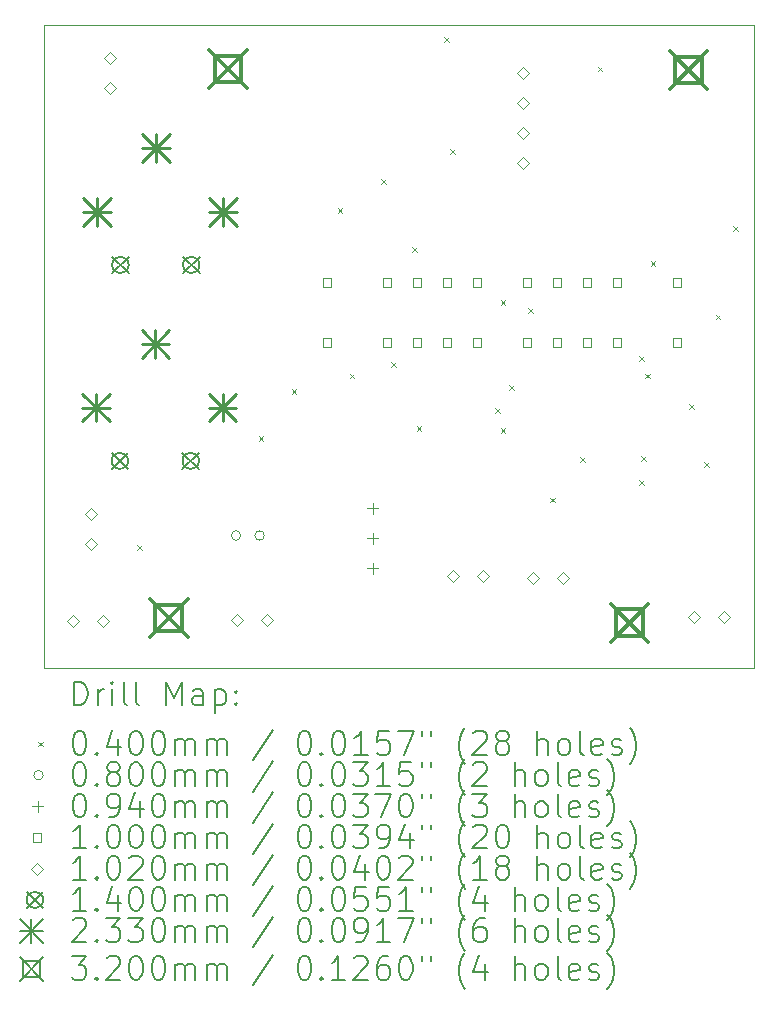
<source format=gbr>
%TF.GenerationSoftware,KiCad,Pcbnew,8.0.2*%
%TF.CreationDate,2024-09-03T17:09:09+02:00*%
%TF.ProjectId,AMS_IMD_Reset,414d535f-494d-4445-9f52-657365742e6b,rev?*%
%TF.SameCoordinates,Original*%
%TF.FileFunction,Drillmap*%
%TF.FilePolarity,Positive*%
%FSLAX45Y45*%
G04 Gerber Fmt 4.5, Leading zero omitted, Abs format (unit mm)*
G04 Created by KiCad (PCBNEW 8.0.2) date 2024-09-03 17:09:09*
%MOMM*%
%LPD*%
G01*
G04 APERTURE LIST*
%ADD10C,0.100000*%
%ADD11C,0.200000*%
%ADD12C,0.102000*%
%ADD13C,0.140000*%
%ADD14C,0.233000*%
%ADD15C,0.320000*%
G04 APERTURE END LIST*
D10*
X14441220Y-6675120D02*
X20452040Y-6675120D01*
X20452040Y-12120880D01*
X14441220Y-12120880D01*
X14441220Y-6675120D01*
D11*
D10*
X15230000Y-11080000D02*
X15270000Y-11120000D01*
X15270000Y-11080000D02*
X15230000Y-11120000D01*
X16260000Y-10160000D02*
X16300000Y-10200000D01*
X16300000Y-10160000D02*
X16260000Y-10200000D01*
X16540604Y-9759090D02*
X16580604Y-9799090D01*
X16580604Y-9759090D02*
X16540604Y-9799090D01*
X16930000Y-8230000D02*
X16970000Y-8270000D01*
X16970000Y-8230000D02*
X16930000Y-8270000D01*
X17030000Y-9630000D02*
X17070000Y-9670000D01*
X17070000Y-9630000D02*
X17030000Y-9670000D01*
X17297720Y-7986080D02*
X17337720Y-8026080D01*
X17337720Y-7986080D02*
X17297720Y-8026080D01*
X17380000Y-9530000D02*
X17420000Y-9570000D01*
X17420000Y-9530000D02*
X17380000Y-9570000D01*
X17561880Y-8560120D02*
X17601880Y-8600120D01*
X17601880Y-8560120D02*
X17561880Y-8600120D01*
X17598486Y-10077875D02*
X17638486Y-10117875D01*
X17638486Y-10077875D02*
X17598486Y-10117875D01*
X17830000Y-6780000D02*
X17870000Y-6820000D01*
X17870000Y-6780000D02*
X17830000Y-6820000D01*
X17880000Y-7730000D02*
X17920000Y-7770000D01*
X17920000Y-7730000D02*
X17880000Y-7770000D01*
X18262920Y-9924040D02*
X18302920Y-9964040D01*
X18302920Y-9924040D02*
X18262920Y-9964040D01*
X18308640Y-9007160D02*
X18348640Y-9047160D01*
X18348640Y-9007160D02*
X18308640Y-9047160D01*
X18308640Y-10089200D02*
X18348640Y-10129200D01*
X18348640Y-10089200D02*
X18308640Y-10129200D01*
X18380000Y-9730000D02*
X18420000Y-9770000D01*
X18420000Y-9730000D02*
X18380000Y-9770000D01*
X18542320Y-9078280D02*
X18582320Y-9118280D01*
X18582320Y-9078280D02*
X18542320Y-9118280D01*
X18730000Y-10680000D02*
X18770000Y-10720000D01*
X18770000Y-10680000D02*
X18730000Y-10720000D01*
X18984280Y-10338120D02*
X19024280Y-10378120D01*
X19024280Y-10338120D02*
X18984280Y-10378120D01*
X19130000Y-7030000D02*
X19170000Y-7070000D01*
X19170000Y-7030000D02*
X19130000Y-7070000D01*
X19480000Y-9480000D02*
X19520000Y-9520000D01*
X19520000Y-9480000D02*
X19480000Y-9520000D01*
X19480000Y-10530000D02*
X19520000Y-10570000D01*
X19520000Y-10530000D02*
X19480000Y-10570000D01*
X19497360Y-10327960D02*
X19537360Y-10367960D01*
X19537360Y-10327960D02*
X19497360Y-10367960D01*
X19530000Y-9630000D02*
X19570000Y-9670000D01*
X19570000Y-9630000D02*
X19530000Y-9670000D01*
X19580000Y-8680000D02*
X19620000Y-8720000D01*
X19620000Y-8680000D02*
X19580000Y-8720000D01*
X19903760Y-9886000D02*
X19943760Y-9926000D01*
X19943760Y-9886000D02*
X19903760Y-9926000D01*
X20030000Y-10380000D02*
X20070000Y-10420000D01*
X20070000Y-10380000D02*
X20030000Y-10420000D01*
X20130000Y-9130000D02*
X20170000Y-9170000D01*
X20170000Y-9130000D02*
X20130000Y-9170000D01*
X20280000Y-8380000D02*
X20320000Y-8420000D01*
X20320000Y-8380000D02*
X20280000Y-8420000D01*
X16108040Y-11000740D02*
G75*
G02*
X16028040Y-11000740I-40000J0D01*
G01*
X16028040Y-11000740D02*
G75*
G02*
X16108040Y-11000740I40000J0D01*
G01*
X16308040Y-11000740D02*
G75*
G02*
X16228040Y-11000740I-40000J0D01*
G01*
X16228040Y-11000740D02*
G75*
G02*
X16308040Y-11000740I40000J0D01*
G01*
X17226280Y-10722600D02*
X17226280Y-10816600D01*
X17179280Y-10769600D02*
X17273280Y-10769600D01*
X17226280Y-10976600D02*
X17226280Y-11070600D01*
X17179280Y-11023600D02*
X17273280Y-11023600D01*
X17226280Y-11230600D02*
X17226280Y-11324600D01*
X17179280Y-11277600D02*
X17273280Y-11277600D01*
X16875556Y-8894876D02*
X16875556Y-8824164D01*
X16804844Y-8824164D01*
X16804844Y-8894876D01*
X16875556Y-8894876D01*
X16875556Y-9402876D02*
X16875556Y-9332164D01*
X16804844Y-9332164D01*
X16804844Y-9402876D01*
X16875556Y-9402876D01*
X17383556Y-8894876D02*
X17383556Y-8824164D01*
X17312844Y-8824164D01*
X17312844Y-8894876D01*
X17383556Y-8894876D01*
X17383556Y-9402876D02*
X17383556Y-9332164D01*
X17312844Y-9332164D01*
X17312844Y-9402876D01*
X17383556Y-9402876D01*
X17637556Y-8894876D02*
X17637556Y-8824164D01*
X17566844Y-8824164D01*
X17566844Y-8894876D01*
X17637556Y-8894876D01*
X17637556Y-9402876D02*
X17637556Y-9332164D01*
X17566844Y-9332164D01*
X17566844Y-9402876D01*
X17637556Y-9402876D01*
X17891556Y-8894876D02*
X17891556Y-8824164D01*
X17820844Y-8824164D01*
X17820844Y-8894876D01*
X17891556Y-8894876D01*
X17891556Y-9402876D02*
X17891556Y-9332164D01*
X17820844Y-9332164D01*
X17820844Y-9402876D01*
X17891556Y-9402876D01*
X18145556Y-8894876D02*
X18145556Y-8824164D01*
X18074844Y-8824164D01*
X18074844Y-8894876D01*
X18145556Y-8894876D01*
X18145556Y-9402876D02*
X18145556Y-9332164D01*
X18074844Y-9332164D01*
X18074844Y-9402876D01*
X18145556Y-9402876D01*
X18567196Y-8894876D02*
X18567196Y-8824164D01*
X18496484Y-8824164D01*
X18496484Y-8894876D01*
X18567196Y-8894876D01*
X18567196Y-9402876D02*
X18567196Y-9332164D01*
X18496484Y-9332164D01*
X18496484Y-9402876D01*
X18567196Y-9402876D01*
X18821196Y-8894876D02*
X18821196Y-8824164D01*
X18750484Y-8824164D01*
X18750484Y-8894876D01*
X18821196Y-8894876D01*
X18821196Y-9402876D02*
X18821196Y-9332164D01*
X18750484Y-9332164D01*
X18750484Y-9402876D01*
X18821196Y-9402876D01*
X19075196Y-8894876D02*
X19075196Y-8824164D01*
X19004484Y-8824164D01*
X19004484Y-8894876D01*
X19075196Y-8894876D01*
X19075196Y-9402876D02*
X19075196Y-9332164D01*
X19004484Y-9332164D01*
X19004484Y-9402876D01*
X19075196Y-9402876D01*
X19329196Y-8894876D02*
X19329196Y-8824164D01*
X19258484Y-8824164D01*
X19258484Y-8894876D01*
X19329196Y-8894876D01*
X19329196Y-9402876D02*
X19329196Y-9332164D01*
X19258484Y-9332164D01*
X19258484Y-9402876D01*
X19329196Y-9402876D01*
X19837196Y-8894876D02*
X19837196Y-8824164D01*
X19766484Y-8824164D01*
X19766484Y-8894876D01*
X19837196Y-8894876D01*
X19837196Y-9402876D02*
X19837196Y-9332164D01*
X19766484Y-9332164D01*
X19766484Y-9402876D01*
X19837196Y-9402876D01*
D12*
X14689500Y-11778500D02*
X14740500Y-11727500D01*
X14689500Y-11676500D01*
X14638500Y-11727500D01*
X14689500Y-11778500D01*
X14840000Y-10871000D02*
X14891000Y-10820000D01*
X14840000Y-10769000D01*
X14789000Y-10820000D01*
X14840000Y-10871000D01*
X14840000Y-11125000D02*
X14891000Y-11074000D01*
X14840000Y-11023000D01*
X14789000Y-11074000D01*
X14840000Y-11125000D01*
X14943500Y-11778500D02*
X14994500Y-11727500D01*
X14943500Y-11676500D01*
X14892500Y-11727500D01*
X14943500Y-11778500D01*
X15000000Y-7011000D02*
X15051000Y-6960000D01*
X15000000Y-6909000D01*
X14949000Y-6960000D01*
X15000000Y-7011000D01*
X15000000Y-7265000D02*
X15051000Y-7214000D01*
X15000000Y-7163000D01*
X14949000Y-7214000D01*
X15000000Y-7265000D01*
X16080000Y-11763500D02*
X16131000Y-11712500D01*
X16080000Y-11661500D01*
X16029000Y-11712500D01*
X16080000Y-11763500D01*
X16334000Y-11763500D02*
X16385000Y-11712500D01*
X16334000Y-11661500D01*
X16283000Y-11712500D01*
X16334000Y-11763500D01*
X17901920Y-11397120D02*
X17952920Y-11346120D01*
X17901920Y-11295120D01*
X17850920Y-11346120D01*
X17901920Y-11397120D01*
X18155920Y-11397120D02*
X18206920Y-11346120D01*
X18155920Y-11295120D01*
X18104920Y-11346120D01*
X18155920Y-11397120D01*
X18496280Y-7137600D02*
X18547280Y-7086600D01*
X18496280Y-7035600D01*
X18445280Y-7086600D01*
X18496280Y-7137600D01*
X18496280Y-7391600D02*
X18547280Y-7340600D01*
X18496280Y-7289600D01*
X18445280Y-7340600D01*
X18496280Y-7391600D01*
X18496280Y-7645600D02*
X18547280Y-7594600D01*
X18496280Y-7543600D01*
X18445280Y-7594600D01*
X18496280Y-7645600D01*
X18496280Y-7899600D02*
X18547280Y-7848600D01*
X18496280Y-7797600D01*
X18445280Y-7848600D01*
X18496280Y-7899600D01*
X18580000Y-11411000D02*
X18631000Y-11360000D01*
X18580000Y-11309000D01*
X18529000Y-11360000D01*
X18580000Y-11411000D01*
X18834000Y-11411000D02*
X18885000Y-11360000D01*
X18834000Y-11309000D01*
X18783000Y-11360000D01*
X18834000Y-11411000D01*
X19949500Y-11743500D02*
X20000500Y-11692500D01*
X19949500Y-11641500D01*
X19898500Y-11692500D01*
X19949500Y-11743500D01*
X20203500Y-11743500D02*
X20254500Y-11692500D01*
X20203500Y-11641500D01*
X20152500Y-11692500D01*
X20203500Y-11743500D01*
D13*
X15015050Y-10298640D02*
X15155050Y-10438640D01*
X15155050Y-10298640D02*
X15015050Y-10438640D01*
X15155050Y-10368640D02*
G75*
G02*
X15015050Y-10368640I-70000J0D01*
G01*
X15015050Y-10368640D02*
G75*
G02*
X15155050Y-10368640I70000J0D01*
G01*
X15020000Y-8640000D02*
X15160000Y-8780000D01*
X15160000Y-8640000D02*
X15020000Y-8780000D01*
X15160000Y-8710000D02*
G75*
G02*
X15020000Y-8710000I-70000J0D01*
G01*
X15020000Y-8710000D02*
G75*
G02*
X15160000Y-8710000I70000J0D01*
G01*
X15615050Y-10298640D02*
X15755050Y-10438640D01*
X15755050Y-10298640D02*
X15615050Y-10438640D01*
X15755050Y-10368640D02*
G75*
G02*
X15615050Y-10368640I-70000J0D01*
G01*
X15615050Y-10368640D02*
G75*
G02*
X15755050Y-10368640I70000J0D01*
G01*
X15620000Y-8640000D02*
X15760000Y-8780000D01*
X15760000Y-8640000D02*
X15620000Y-8780000D01*
X15760000Y-8710000D02*
G75*
G02*
X15620000Y-8710000I-70000J0D01*
G01*
X15620000Y-8710000D02*
G75*
G02*
X15760000Y-8710000I70000J0D01*
G01*
D14*
X14768550Y-9802140D02*
X15001550Y-10035140D01*
X15001550Y-9802140D02*
X14768550Y-10035140D01*
X14885050Y-9802140D02*
X14885050Y-10035140D01*
X14768550Y-9918640D02*
X15001550Y-9918640D01*
X14773500Y-8143500D02*
X15006500Y-8376500D01*
X15006500Y-8143500D02*
X14773500Y-8376500D01*
X14890000Y-8143500D02*
X14890000Y-8376500D01*
X14773500Y-8260000D02*
X15006500Y-8260000D01*
X15268550Y-9262140D02*
X15501550Y-9495140D01*
X15501550Y-9262140D02*
X15268550Y-9495140D01*
X15385050Y-9262140D02*
X15385050Y-9495140D01*
X15268550Y-9378640D02*
X15501550Y-9378640D01*
X15273500Y-7603500D02*
X15506500Y-7836500D01*
X15506500Y-7603500D02*
X15273500Y-7836500D01*
X15390000Y-7603500D02*
X15390000Y-7836500D01*
X15273500Y-7720000D02*
X15506500Y-7720000D01*
X15838550Y-9802140D02*
X16071550Y-10035140D01*
X16071550Y-9802140D02*
X15838550Y-10035140D01*
X15955050Y-9802140D02*
X15955050Y-10035140D01*
X15838550Y-9918640D02*
X16071550Y-9918640D01*
X15843500Y-8143500D02*
X16076500Y-8376500D01*
X16076500Y-8143500D02*
X15843500Y-8376500D01*
X15960000Y-8143500D02*
X15960000Y-8376500D01*
X15843500Y-8260000D02*
X16076500Y-8260000D01*
D15*
X15340000Y-11540000D02*
X15660000Y-11860000D01*
X15660000Y-11540000D02*
X15340000Y-11860000D01*
X15613138Y-11813138D02*
X15613138Y-11586862D01*
X15386862Y-11586862D01*
X15386862Y-11813138D01*
X15613138Y-11813138D01*
X15840000Y-6890000D02*
X16160000Y-7210000D01*
X16160000Y-6890000D02*
X15840000Y-7210000D01*
X16113138Y-7163138D02*
X16113138Y-6936862D01*
X15886862Y-6936862D01*
X15886862Y-7163138D01*
X16113138Y-7163138D01*
X19240000Y-11580000D02*
X19560000Y-11900000D01*
X19560000Y-11580000D02*
X19240000Y-11900000D01*
X19513138Y-11853138D02*
X19513138Y-11626862D01*
X19286862Y-11626862D01*
X19286862Y-11853138D01*
X19513138Y-11853138D01*
X19740000Y-6900000D02*
X20060000Y-7220000D01*
X20060000Y-6900000D02*
X19740000Y-7220000D01*
X20013138Y-7173138D02*
X20013138Y-6946862D01*
X19786862Y-6946862D01*
X19786862Y-7173138D01*
X20013138Y-7173138D01*
D11*
X14696997Y-12437364D02*
X14696997Y-12237364D01*
X14696997Y-12237364D02*
X14744616Y-12237364D01*
X14744616Y-12237364D02*
X14773187Y-12246888D01*
X14773187Y-12246888D02*
X14792235Y-12265935D01*
X14792235Y-12265935D02*
X14801759Y-12284983D01*
X14801759Y-12284983D02*
X14811282Y-12323078D01*
X14811282Y-12323078D02*
X14811282Y-12351649D01*
X14811282Y-12351649D02*
X14801759Y-12389745D01*
X14801759Y-12389745D02*
X14792235Y-12408792D01*
X14792235Y-12408792D02*
X14773187Y-12427840D01*
X14773187Y-12427840D02*
X14744616Y-12437364D01*
X14744616Y-12437364D02*
X14696997Y-12437364D01*
X14896997Y-12437364D02*
X14896997Y-12304030D01*
X14896997Y-12342126D02*
X14906521Y-12323078D01*
X14906521Y-12323078D02*
X14916044Y-12313554D01*
X14916044Y-12313554D02*
X14935092Y-12304030D01*
X14935092Y-12304030D02*
X14954140Y-12304030D01*
X15020806Y-12437364D02*
X15020806Y-12304030D01*
X15020806Y-12237364D02*
X15011282Y-12246888D01*
X15011282Y-12246888D02*
X15020806Y-12256411D01*
X15020806Y-12256411D02*
X15030330Y-12246888D01*
X15030330Y-12246888D02*
X15020806Y-12237364D01*
X15020806Y-12237364D02*
X15020806Y-12256411D01*
X15144616Y-12437364D02*
X15125568Y-12427840D01*
X15125568Y-12427840D02*
X15116044Y-12408792D01*
X15116044Y-12408792D02*
X15116044Y-12237364D01*
X15249378Y-12437364D02*
X15230330Y-12427840D01*
X15230330Y-12427840D02*
X15220806Y-12408792D01*
X15220806Y-12408792D02*
X15220806Y-12237364D01*
X15477949Y-12437364D02*
X15477949Y-12237364D01*
X15477949Y-12237364D02*
X15544616Y-12380221D01*
X15544616Y-12380221D02*
X15611282Y-12237364D01*
X15611282Y-12237364D02*
X15611282Y-12437364D01*
X15792235Y-12437364D02*
X15792235Y-12332602D01*
X15792235Y-12332602D02*
X15782711Y-12313554D01*
X15782711Y-12313554D02*
X15763663Y-12304030D01*
X15763663Y-12304030D02*
X15725568Y-12304030D01*
X15725568Y-12304030D02*
X15706521Y-12313554D01*
X15792235Y-12427840D02*
X15773187Y-12437364D01*
X15773187Y-12437364D02*
X15725568Y-12437364D01*
X15725568Y-12437364D02*
X15706521Y-12427840D01*
X15706521Y-12427840D02*
X15696997Y-12408792D01*
X15696997Y-12408792D02*
X15696997Y-12389745D01*
X15696997Y-12389745D02*
X15706521Y-12370697D01*
X15706521Y-12370697D02*
X15725568Y-12361173D01*
X15725568Y-12361173D02*
X15773187Y-12361173D01*
X15773187Y-12361173D02*
X15792235Y-12351649D01*
X15887473Y-12304030D02*
X15887473Y-12504030D01*
X15887473Y-12313554D02*
X15906521Y-12304030D01*
X15906521Y-12304030D02*
X15944616Y-12304030D01*
X15944616Y-12304030D02*
X15963663Y-12313554D01*
X15963663Y-12313554D02*
X15973187Y-12323078D01*
X15973187Y-12323078D02*
X15982711Y-12342126D01*
X15982711Y-12342126D02*
X15982711Y-12399268D01*
X15982711Y-12399268D02*
X15973187Y-12418316D01*
X15973187Y-12418316D02*
X15963663Y-12427840D01*
X15963663Y-12427840D02*
X15944616Y-12437364D01*
X15944616Y-12437364D02*
X15906521Y-12437364D01*
X15906521Y-12437364D02*
X15887473Y-12427840D01*
X16068425Y-12418316D02*
X16077949Y-12427840D01*
X16077949Y-12427840D02*
X16068425Y-12437364D01*
X16068425Y-12437364D02*
X16058902Y-12427840D01*
X16058902Y-12427840D02*
X16068425Y-12418316D01*
X16068425Y-12418316D02*
X16068425Y-12437364D01*
X16068425Y-12313554D02*
X16077949Y-12323078D01*
X16077949Y-12323078D02*
X16068425Y-12332602D01*
X16068425Y-12332602D02*
X16058902Y-12323078D01*
X16058902Y-12323078D02*
X16068425Y-12313554D01*
X16068425Y-12313554D02*
X16068425Y-12332602D01*
D10*
X14396220Y-12745880D02*
X14436220Y-12785880D01*
X14436220Y-12745880D02*
X14396220Y-12785880D01*
D11*
X14735092Y-12657364D02*
X14754140Y-12657364D01*
X14754140Y-12657364D02*
X14773187Y-12666888D01*
X14773187Y-12666888D02*
X14782711Y-12676411D01*
X14782711Y-12676411D02*
X14792235Y-12695459D01*
X14792235Y-12695459D02*
X14801759Y-12733554D01*
X14801759Y-12733554D02*
X14801759Y-12781173D01*
X14801759Y-12781173D02*
X14792235Y-12819268D01*
X14792235Y-12819268D02*
X14782711Y-12838316D01*
X14782711Y-12838316D02*
X14773187Y-12847840D01*
X14773187Y-12847840D02*
X14754140Y-12857364D01*
X14754140Y-12857364D02*
X14735092Y-12857364D01*
X14735092Y-12857364D02*
X14716044Y-12847840D01*
X14716044Y-12847840D02*
X14706521Y-12838316D01*
X14706521Y-12838316D02*
X14696997Y-12819268D01*
X14696997Y-12819268D02*
X14687473Y-12781173D01*
X14687473Y-12781173D02*
X14687473Y-12733554D01*
X14687473Y-12733554D02*
X14696997Y-12695459D01*
X14696997Y-12695459D02*
X14706521Y-12676411D01*
X14706521Y-12676411D02*
X14716044Y-12666888D01*
X14716044Y-12666888D02*
X14735092Y-12657364D01*
X14887473Y-12838316D02*
X14896997Y-12847840D01*
X14896997Y-12847840D02*
X14887473Y-12857364D01*
X14887473Y-12857364D02*
X14877949Y-12847840D01*
X14877949Y-12847840D02*
X14887473Y-12838316D01*
X14887473Y-12838316D02*
X14887473Y-12857364D01*
X15068425Y-12724030D02*
X15068425Y-12857364D01*
X15020806Y-12647840D02*
X14973187Y-12790697D01*
X14973187Y-12790697D02*
X15096997Y-12790697D01*
X15211282Y-12657364D02*
X15230330Y-12657364D01*
X15230330Y-12657364D02*
X15249378Y-12666888D01*
X15249378Y-12666888D02*
X15258902Y-12676411D01*
X15258902Y-12676411D02*
X15268425Y-12695459D01*
X15268425Y-12695459D02*
X15277949Y-12733554D01*
X15277949Y-12733554D02*
X15277949Y-12781173D01*
X15277949Y-12781173D02*
X15268425Y-12819268D01*
X15268425Y-12819268D02*
X15258902Y-12838316D01*
X15258902Y-12838316D02*
X15249378Y-12847840D01*
X15249378Y-12847840D02*
X15230330Y-12857364D01*
X15230330Y-12857364D02*
X15211282Y-12857364D01*
X15211282Y-12857364D02*
X15192235Y-12847840D01*
X15192235Y-12847840D02*
X15182711Y-12838316D01*
X15182711Y-12838316D02*
X15173187Y-12819268D01*
X15173187Y-12819268D02*
X15163663Y-12781173D01*
X15163663Y-12781173D02*
X15163663Y-12733554D01*
X15163663Y-12733554D02*
X15173187Y-12695459D01*
X15173187Y-12695459D02*
X15182711Y-12676411D01*
X15182711Y-12676411D02*
X15192235Y-12666888D01*
X15192235Y-12666888D02*
X15211282Y-12657364D01*
X15401759Y-12657364D02*
X15420806Y-12657364D01*
X15420806Y-12657364D02*
X15439854Y-12666888D01*
X15439854Y-12666888D02*
X15449378Y-12676411D01*
X15449378Y-12676411D02*
X15458902Y-12695459D01*
X15458902Y-12695459D02*
X15468425Y-12733554D01*
X15468425Y-12733554D02*
X15468425Y-12781173D01*
X15468425Y-12781173D02*
X15458902Y-12819268D01*
X15458902Y-12819268D02*
X15449378Y-12838316D01*
X15449378Y-12838316D02*
X15439854Y-12847840D01*
X15439854Y-12847840D02*
X15420806Y-12857364D01*
X15420806Y-12857364D02*
X15401759Y-12857364D01*
X15401759Y-12857364D02*
X15382711Y-12847840D01*
X15382711Y-12847840D02*
X15373187Y-12838316D01*
X15373187Y-12838316D02*
X15363663Y-12819268D01*
X15363663Y-12819268D02*
X15354140Y-12781173D01*
X15354140Y-12781173D02*
X15354140Y-12733554D01*
X15354140Y-12733554D02*
X15363663Y-12695459D01*
X15363663Y-12695459D02*
X15373187Y-12676411D01*
X15373187Y-12676411D02*
X15382711Y-12666888D01*
X15382711Y-12666888D02*
X15401759Y-12657364D01*
X15554140Y-12857364D02*
X15554140Y-12724030D01*
X15554140Y-12743078D02*
X15563663Y-12733554D01*
X15563663Y-12733554D02*
X15582711Y-12724030D01*
X15582711Y-12724030D02*
X15611283Y-12724030D01*
X15611283Y-12724030D02*
X15630330Y-12733554D01*
X15630330Y-12733554D02*
X15639854Y-12752602D01*
X15639854Y-12752602D02*
X15639854Y-12857364D01*
X15639854Y-12752602D02*
X15649378Y-12733554D01*
X15649378Y-12733554D02*
X15668425Y-12724030D01*
X15668425Y-12724030D02*
X15696997Y-12724030D01*
X15696997Y-12724030D02*
X15716044Y-12733554D01*
X15716044Y-12733554D02*
X15725568Y-12752602D01*
X15725568Y-12752602D02*
X15725568Y-12857364D01*
X15820806Y-12857364D02*
X15820806Y-12724030D01*
X15820806Y-12743078D02*
X15830330Y-12733554D01*
X15830330Y-12733554D02*
X15849378Y-12724030D01*
X15849378Y-12724030D02*
X15877949Y-12724030D01*
X15877949Y-12724030D02*
X15896997Y-12733554D01*
X15896997Y-12733554D02*
X15906521Y-12752602D01*
X15906521Y-12752602D02*
X15906521Y-12857364D01*
X15906521Y-12752602D02*
X15916044Y-12733554D01*
X15916044Y-12733554D02*
X15935092Y-12724030D01*
X15935092Y-12724030D02*
X15963663Y-12724030D01*
X15963663Y-12724030D02*
X15982711Y-12733554D01*
X15982711Y-12733554D02*
X15992235Y-12752602D01*
X15992235Y-12752602D02*
X15992235Y-12857364D01*
X16382711Y-12647840D02*
X16211283Y-12904983D01*
X16639854Y-12657364D02*
X16658902Y-12657364D01*
X16658902Y-12657364D02*
X16677949Y-12666888D01*
X16677949Y-12666888D02*
X16687473Y-12676411D01*
X16687473Y-12676411D02*
X16696997Y-12695459D01*
X16696997Y-12695459D02*
X16706521Y-12733554D01*
X16706521Y-12733554D02*
X16706521Y-12781173D01*
X16706521Y-12781173D02*
X16696997Y-12819268D01*
X16696997Y-12819268D02*
X16687473Y-12838316D01*
X16687473Y-12838316D02*
X16677949Y-12847840D01*
X16677949Y-12847840D02*
X16658902Y-12857364D01*
X16658902Y-12857364D02*
X16639854Y-12857364D01*
X16639854Y-12857364D02*
X16620806Y-12847840D01*
X16620806Y-12847840D02*
X16611283Y-12838316D01*
X16611283Y-12838316D02*
X16601759Y-12819268D01*
X16601759Y-12819268D02*
X16592235Y-12781173D01*
X16592235Y-12781173D02*
X16592235Y-12733554D01*
X16592235Y-12733554D02*
X16601759Y-12695459D01*
X16601759Y-12695459D02*
X16611283Y-12676411D01*
X16611283Y-12676411D02*
X16620806Y-12666888D01*
X16620806Y-12666888D02*
X16639854Y-12657364D01*
X16792235Y-12838316D02*
X16801759Y-12847840D01*
X16801759Y-12847840D02*
X16792235Y-12857364D01*
X16792235Y-12857364D02*
X16782711Y-12847840D01*
X16782711Y-12847840D02*
X16792235Y-12838316D01*
X16792235Y-12838316D02*
X16792235Y-12857364D01*
X16925568Y-12657364D02*
X16944616Y-12657364D01*
X16944616Y-12657364D02*
X16963664Y-12666888D01*
X16963664Y-12666888D02*
X16973188Y-12676411D01*
X16973188Y-12676411D02*
X16982711Y-12695459D01*
X16982711Y-12695459D02*
X16992235Y-12733554D01*
X16992235Y-12733554D02*
X16992235Y-12781173D01*
X16992235Y-12781173D02*
X16982711Y-12819268D01*
X16982711Y-12819268D02*
X16973188Y-12838316D01*
X16973188Y-12838316D02*
X16963664Y-12847840D01*
X16963664Y-12847840D02*
X16944616Y-12857364D01*
X16944616Y-12857364D02*
X16925568Y-12857364D01*
X16925568Y-12857364D02*
X16906521Y-12847840D01*
X16906521Y-12847840D02*
X16896997Y-12838316D01*
X16896997Y-12838316D02*
X16887473Y-12819268D01*
X16887473Y-12819268D02*
X16877949Y-12781173D01*
X16877949Y-12781173D02*
X16877949Y-12733554D01*
X16877949Y-12733554D02*
X16887473Y-12695459D01*
X16887473Y-12695459D02*
X16896997Y-12676411D01*
X16896997Y-12676411D02*
X16906521Y-12666888D01*
X16906521Y-12666888D02*
X16925568Y-12657364D01*
X17182711Y-12857364D02*
X17068426Y-12857364D01*
X17125568Y-12857364D02*
X17125568Y-12657364D01*
X17125568Y-12657364D02*
X17106521Y-12685935D01*
X17106521Y-12685935D02*
X17087473Y-12704983D01*
X17087473Y-12704983D02*
X17068426Y-12714507D01*
X17363664Y-12657364D02*
X17268426Y-12657364D01*
X17268426Y-12657364D02*
X17258902Y-12752602D01*
X17258902Y-12752602D02*
X17268426Y-12743078D01*
X17268426Y-12743078D02*
X17287473Y-12733554D01*
X17287473Y-12733554D02*
X17335092Y-12733554D01*
X17335092Y-12733554D02*
X17354140Y-12743078D01*
X17354140Y-12743078D02*
X17363664Y-12752602D01*
X17363664Y-12752602D02*
X17373188Y-12771649D01*
X17373188Y-12771649D02*
X17373188Y-12819268D01*
X17373188Y-12819268D02*
X17363664Y-12838316D01*
X17363664Y-12838316D02*
X17354140Y-12847840D01*
X17354140Y-12847840D02*
X17335092Y-12857364D01*
X17335092Y-12857364D02*
X17287473Y-12857364D01*
X17287473Y-12857364D02*
X17268426Y-12847840D01*
X17268426Y-12847840D02*
X17258902Y-12838316D01*
X17439854Y-12657364D02*
X17573188Y-12657364D01*
X17573188Y-12657364D02*
X17487473Y-12857364D01*
X17639854Y-12657364D02*
X17639854Y-12695459D01*
X17716045Y-12657364D02*
X17716045Y-12695459D01*
X18011283Y-12933554D02*
X18001759Y-12924030D01*
X18001759Y-12924030D02*
X17982711Y-12895459D01*
X17982711Y-12895459D02*
X17973188Y-12876411D01*
X17973188Y-12876411D02*
X17963664Y-12847840D01*
X17963664Y-12847840D02*
X17954140Y-12800221D01*
X17954140Y-12800221D02*
X17954140Y-12762126D01*
X17954140Y-12762126D02*
X17963664Y-12714507D01*
X17963664Y-12714507D02*
X17973188Y-12685935D01*
X17973188Y-12685935D02*
X17982711Y-12666888D01*
X17982711Y-12666888D02*
X18001759Y-12638316D01*
X18001759Y-12638316D02*
X18011283Y-12628792D01*
X18077950Y-12676411D02*
X18087473Y-12666888D01*
X18087473Y-12666888D02*
X18106521Y-12657364D01*
X18106521Y-12657364D02*
X18154140Y-12657364D01*
X18154140Y-12657364D02*
X18173188Y-12666888D01*
X18173188Y-12666888D02*
X18182711Y-12676411D01*
X18182711Y-12676411D02*
X18192235Y-12695459D01*
X18192235Y-12695459D02*
X18192235Y-12714507D01*
X18192235Y-12714507D02*
X18182711Y-12743078D01*
X18182711Y-12743078D02*
X18068426Y-12857364D01*
X18068426Y-12857364D02*
X18192235Y-12857364D01*
X18306521Y-12743078D02*
X18287473Y-12733554D01*
X18287473Y-12733554D02*
X18277950Y-12724030D01*
X18277950Y-12724030D02*
X18268426Y-12704983D01*
X18268426Y-12704983D02*
X18268426Y-12695459D01*
X18268426Y-12695459D02*
X18277950Y-12676411D01*
X18277950Y-12676411D02*
X18287473Y-12666888D01*
X18287473Y-12666888D02*
X18306521Y-12657364D01*
X18306521Y-12657364D02*
X18344616Y-12657364D01*
X18344616Y-12657364D02*
X18363664Y-12666888D01*
X18363664Y-12666888D02*
X18373188Y-12676411D01*
X18373188Y-12676411D02*
X18382711Y-12695459D01*
X18382711Y-12695459D02*
X18382711Y-12704983D01*
X18382711Y-12704983D02*
X18373188Y-12724030D01*
X18373188Y-12724030D02*
X18363664Y-12733554D01*
X18363664Y-12733554D02*
X18344616Y-12743078D01*
X18344616Y-12743078D02*
X18306521Y-12743078D01*
X18306521Y-12743078D02*
X18287473Y-12752602D01*
X18287473Y-12752602D02*
X18277950Y-12762126D01*
X18277950Y-12762126D02*
X18268426Y-12781173D01*
X18268426Y-12781173D02*
X18268426Y-12819268D01*
X18268426Y-12819268D02*
X18277950Y-12838316D01*
X18277950Y-12838316D02*
X18287473Y-12847840D01*
X18287473Y-12847840D02*
X18306521Y-12857364D01*
X18306521Y-12857364D02*
X18344616Y-12857364D01*
X18344616Y-12857364D02*
X18363664Y-12847840D01*
X18363664Y-12847840D02*
X18373188Y-12838316D01*
X18373188Y-12838316D02*
X18382711Y-12819268D01*
X18382711Y-12819268D02*
X18382711Y-12781173D01*
X18382711Y-12781173D02*
X18373188Y-12762126D01*
X18373188Y-12762126D02*
X18363664Y-12752602D01*
X18363664Y-12752602D02*
X18344616Y-12743078D01*
X18620807Y-12857364D02*
X18620807Y-12657364D01*
X18706521Y-12857364D02*
X18706521Y-12752602D01*
X18706521Y-12752602D02*
X18696997Y-12733554D01*
X18696997Y-12733554D02*
X18677950Y-12724030D01*
X18677950Y-12724030D02*
X18649378Y-12724030D01*
X18649378Y-12724030D02*
X18630331Y-12733554D01*
X18630331Y-12733554D02*
X18620807Y-12743078D01*
X18830331Y-12857364D02*
X18811283Y-12847840D01*
X18811283Y-12847840D02*
X18801759Y-12838316D01*
X18801759Y-12838316D02*
X18792235Y-12819268D01*
X18792235Y-12819268D02*
X18792235Y-12762126D01*
X18792235Y-12762126D02*
X18801759Y-12743078D01*
X18801759Y-12743078D02*
X18811283Y-12733554D01*
X18811283Y-12733554D02*
X18830331Y-12724030D01*
X18830331Y-12724030D02*
X18858902Y-12724030D01*
X18858902Y-12724030D02*
X18877950Y-12733554D01*
X18877950Y-12733554D02*
X18887473Y-12743078D01*
X18887473Y-12743078D02*
X18896997Y-12762126D01*
X18896997Y-12762126D02*
X18896997Y-12819268D01*
X18896997Y-12819268D02*
X18887473Y-12838316D01*
X18887473Y-12838316D02*
X18877950Y-12847840D01*
X18877950Y-12847840D02*
X18858902Y-12857364D01*
X18858902Y-12857364D02*
X18830331Y-12857364D01*
X19011283Y-12857364D02*
X18992235Y-12847840D01*
X18992235Y-12847840D02*
X18982712Y-12828792D01*
X18982712Y-12828792D02*
X18982712Y-12657364D01*
X19163664Y-12847840D02*
X19144616Y-12857364D01*
X19144616Y-12857364D02*
X19106521Y-12857364D01*
X19106521Y-12857364D02*
X19087473Y-12847840D01*
X19087473Y-12847840D02*
X19077950Y-12828792D01*
X19077950Y-12828792D02*
X19077950Y-12752602D01*
X19077950Y-12752602D02*
X19087473Y-12733554D01*
X19087473Y-12733554D02*
X19106521Y-12724030D01*
X19106521Y-12724030D02*
X19144616Y-12724030D01*
X19144616Y-12724030D02*
X19163664Y-12733554D01*
X19163664Y-12733554D02*
X19173188Y-12752602D01*
X19173188Y-12752602D02*
X19173188Y-12771649D01*
X19173188Y-12771649D02*
X19077950Y-12790697D01*
X19249378Y-12847840D02*
X19268426Y-12857364D01*
X19268426Y-12857364D02*
X19306521Y-12857364D01*
X19306521Y-12857364D02*
X19325569Y-12847840D01*
X19325569Y-12847840D02*
X19335093Y-12828792D01*
X19335093Y-12828792D02*
X19335093Y-12819268D01*
X19335093Y-12819268D02*
X19325569Y-12800221D01*
X19325569Y-12800221D02*
X19306521Y-12790697D01*
X19306521Y-12790697D02*
X19277950Y-12790697D01*
X19277950Y-12790697D02*
X19258902Y-12781173D01*
X19258902Y-12781173D02*
X19249378Y-12762126D01*
X19249378Y-12762126D02*
X19249378Y-12752602D01*
X19249378Y-12752602D02*
X19258902Y-12733554D01*
X19258902Y-12733554D02*
X19277950Y-12724030D01*
X19277950Y-12724030D02*
X19306521Y-12724030D01*
X19306521Y-12724030D02*
X19325569Y-12733554D01*
X19401759Y-12933554D02*
X19411283Y-12924030D01*
X19411283Y-12924030D02*
X19430331Y-12895459D01*
X19430331Y-12895459D02*
X19439854Y-12876411D01*
X19439854Y-12876411D02*
X19449378Y-12847840D01*
X19449378Y-12847840D02*
X19458902Y-12800221D01*
X19458902Y-12800221D02*
X19458902Y-12762126D01*
X19458902Y-12762126D02*
X19449378Y-12714507D01*
X19449378Y-12714507D02*
X19439854Y-12685935D01*
X19439854Y-12685935D02*
X19430331Y-12666888D01*
X19430331Y-12666888D02*
X19411283Y-12638316D01*
X19411283Y-12638316D02*
X19401759Y-12628792D01*
D10*
X14436220Y-13029880D02*
G75*
G02*
X14356220Y-13029880I-40000J0D01*
G01*
X14356220Y-13029880D02*
G75*
G02*
X14436220Y-13029880I40000J0D01*
G01*
D11*
X14735092Y-12921364D02*
X14754140Y-12921364D01*
X14754140Y-12921364D02*
X14773187Y-12930888D01*
X14773187Y-12930888D02*
X14782711Y-12940411D01*
X14782711Y-12940411D02*
X14792235Y-12959459D01*
X14792235Y-12959459D02*
X14801759Y-12997554D01*
X14801759Y-12997554D02*
X14801759Y-13045173D01*
X14801759Y-13045173D02*
X14792235Y-13083268D01*
X14792235Y-13083268D02*
X14782711Y-13102316D01*
X14782711Y-13102316D02*
X14773187Y-13111840D01*
X14773187Y-13111840D02*
X14754140Y-13121364D01*
X14754140Y-13121364D02*
X14735092Y-13121364D01*
X14735092Y-13121364D02*
X14716044Y-13111840D01*
X14716044Y-13111840D02*
X14706521Y-13102316D01*
X14706521Y-13102316D02*
X14696997Y-13083268D01*
X14696997Y-13083268D02*
X14687473Y-13045173D01*
X14687473Y-13045173D02*
X14687473Y-12997554D01*
X14687473Y-12997554D02*
X14696997Y-12959459D01*
X14696997Y-12959459D02*
X14706521Y-12940411D01*
X14706521Y-12940411D02*
X14716044Y-12930888D01*
X14716044Y-12930888D02*
X14735092Y-12921364D01*
X14887473Y-13102316D02*
X14896997Y-13111840D01*
X14896997Y-13111840D02*
X14887473Y-13121364D01*
X14887473Y-13121364D02*
X14877949Y-13111840D01*
X14877949Y-13111840D02*
X14887473Y-13102316D01*
X14887473Y-13102316D02*
X14887473Y-13121364D01*
X15011282Y-13007078D02*
X14992235Y-12997554D01*
X14992235Y-12997554D02*
X14982711Y-12988030D01*
X14982711Y-12988030D02*
X14973187Y-12968983D01*
X14973187Y-12968983D02*
X14973187Y-12959459D01*
X14973187Y-12959459D02*
X14982711Y-12940411D01*
X14982711Y-12940411D02*
X14992235Y-12930888D01*
X14992235Y-12930888D02*
X15011282Y-12921364D01*
X15011282Y-12921364D02*
X15049378Y-12921364D01*
X15049378Y-12921364D02*
X15068425Y-12930888D01*
X15068425Y-12930888D02*
X15077949Y-12940411D01*
X15077949Y-12940411D02*
X15087473Y-12959459D01*
X15087473Y-12959459D02*
X15087473Y-12968983D01*
X15087473Y-12968983D02*
X15077949Y-12988030D01*
X15077949Y-12988030D02*
X15068425Y-12997554D01*
X15068425Y-12997554D02*
X15049378Y-13007078D01*
X15049378Y-13007078D02*
X15011282Y-13007078D01*
X15011282Y-13007078D02*
X14992235Y-13016602D01*
X14992235Y-13016602D02*
X14982711Y-13026126D01*
X14982711Y-13026126D02*
X14973187Y-13045173D01*
X14973187Y-13045173D02*
X14973187Y-13083268D01*
X14973187Y-13083268D02*
X14982711Y-13102316D01*
X14982711Y-13102316D02*
X14992235Y-13111840D01*
X14992235Y-13111840D02*
X15011282Y-13121364D01*
X15011282Y-13121364D02*
X15049378Y-13121364D01*
X15049378Y-13121364D02*
X15068425Y-13111840D01*
X15068425Y-13111840D02*
X15077949Y-13102316D01*
X15077949Y-13102316D02*
X15087473Y-13083268D01*
X15087473Y-13083268D02*
X15087473Y-13045173D01*
X15087473Y-13045173D02*
X15077949Y-13026126D01*
X15077949Y-13026126D02*
X15068425Y-13016602D01*
X15068425Y-13016602D02*
X15049378Y-13007078D01*
X15211282Y-12921364D02*
X15230330Y-12921364D01*
X15230330Y-12921364D02*
X15249378Y-12930888D01*
X15249378Y-12930888D02*
X15258902Y-12940411D01*
X15258902Y-12940411D02*
X15268425Y-12959459D01*
X15268425Y-12959459D02*
X15277949Y-12997554D01*
X15277949Y-12997554D02*
X15277949Y-13045173D01*
X15277949Y-13045173D02*
X15268425Y-13083268D01*
X15268425Y-13083268D02*
X15258902Y-13102316D01*
X15258902Y-13102316D02*
X15249378Y-13111840D01*
X15249378Y-13111840D02*
X15230330Y-13121364D01*
X15230330Y-13121364D02*
X15211282Y-13121364D01*
X15211282Y-13121364D02*
X15192235Y-13111840D01*
X15192235Y-13111840D02*
X15182711Y-13102316D01*
X15182711Y-13102316D02*
X15173187Y-13083268D01*
X15173187Y-13083268D02*
X15163663Y-13045173D01*
X15163663Y-13045173D02*
X15163663Y-12997554D01*
X15163663Y-12997554D02*
X15173187Y-12959459D01*
X15173187Y-12959459D02*
X15182711Y-12940411D01*
X15182711Y-12940411D02*
X15192235Y-12930888D01*
X15192235Y-12930888D02*
X15211282Y-12921364D01*
X15401759Y-12921364D02*
X15420806Y-12921364D01*
X15420806Y-12921364D02*
X15439854Y-12930888D01*
X15439854Y-12930888D02*
X15449378Y-12940411D01*
X15449378Y-12940411D02*
X15458902Y-12959459D01*
X15458902Y-12959459D02*
X15468425Y-12997554D01*
X15468425Y-12997554D02*
X15468425Y-13045173D01*
X15468425Y-13045173D02*
X15458902Y-13083268D01*
X15458902Y-13083268D02*
X15449378Y-13102316D01*
X15449378Y-13102316D02*
X15439854Y-13111840D01*
X15439854Y-13111840D02*
X15420806Y-13121364D01*
X15420806Y-13121364D02*
X15401759Y-13121364D01*
X15401759Y-13121364D02*
X15382711Y-13111840D01*
X15382711Y-13111840D02*
X15373187Y-13102316D01*
X15373187Y-13102316D02*
X15363663Y-13083268D01*
X15363663Y-13083268D02*
X15354140Y-13045173D01*
X15354140Y-13045173D02*
X15354140Y-12997554D01*
X15354140Y-12997554D02*
X15363663Y-12959459D01*
X15363663Y-12959459D02*
X15373187Y-12940411D01*
X15373187Y-12940411D02*
X15382711Y-12930888D01*
X15382711Y-12930888D02*
X15401759Y-12921364D01*
X15554140Y-13121364D02*
X15554140Y-12988030D01*
X15554140Y-13007078D02*
X15563663Y-12997554D01*
X15563663Y-12997554D02*
X15582711Y-12988030D01*
X15582711Y-12988030D02*
X15611283Y-12988030D01*
X15611283Y-12988030D02*
X15630330Y-12997554D01*
X15630330Y-12997554D02*
X15639854Y-13016602D01*
X15639854Y-13016602D02*
X15639854Y-13121364D01*
X15639854Y-13016602D02*
X15649378Y-12997554D01*
X15649378Y-12997554D02*
X15668425Y-12988030D01*
X15668425Y-12988030D02*
X15696997Y-12988030D01*
X15696997Y-12988030D02*
X15716044Y-12997554D01*
X15716044Y-12997554D02*
X15725568Y-13016602D01*
X15725568Y-13016602D02*
X15725568Y-13121364D01*
X15820806Y-13121364D02*
X15820806Y-12988030D01*
X15820806Y-13007078D02*
X15830330Y-12997554D01*
X15830330Y-12997554D02*
X15849378Y-12988030D01*
X15849378Y-12988030D02*
X15877949Y-12988030D01*
X15877949Y-12988030D02*
X15896997Y-12997554D01*
X15896997Y-12997554D02*
X15906521Y-13016602D01*
X15906521Y-13016602D02*
X15906521Y-13121364D01*
X15906521Y-13016602D02*
X15916044Y-12997554D01*
X15916044Y-12997554D02*
X15935092Y-12988030D01*
X15935092Y-12988030D02*
X15963663Y-12988030D01*
X15963663Y-12988030D02*
X15982711Y-12997554D01*
X15982711Y-12997554D02*
X15992235Y-13016602D01*
X15992235Y-13016602D02*
X15992235Y-13121364D01*
X16382711Y-12911840D02*
X16211283Y-13168983D01*
X16639854Y-12921364D02*
X16658902Y-12921364D01*
X16658902Y-12921364D02*
X16677949Y-12930888D01*
X16677949Y-12930888D02*
X16687473Y-12940411D01*
X16687473Y-12940411D02*
X16696997Y-12959459D01*
X16696997Y-12959459D02*
X16706521Y-12997554D01*
X16706521Y-12997554D02*
X16706521Y-13045173D01*
X16706521Y-13045173D02*
X16696997Y-13083268D01*
X16696997Y-13083268D02*
X16687473Y-13102316D01*
X16687473Y-13102316D02*
X16677949Y-13111840D01*
X16677949Y-13111840D02*
X16658902Y-13121364D01*
X16658902Y-13121364D02*
X16639854Y-13121364D01*
X16639854Y-13121364D02*
X16620806Y-13111840D01*
X16620806Y-13111840D02*
X16611283Y-13102316D01*
X16611283Y-13102316D02*
X16601759Y-13083268D01*
X16601759Y-13083268D02*
X16592235Y-13045173D01*
X16592235Y-13045173D02*
X16592235Y-12997554D01*
X16592235Y-12997554D02*
X16601759Y-12959459D01*
X16601759Y-12959459D02*
X16611283Y-12940411D01*
X16611283Y-12940411D02*
X16620806Y-12930888D01*
X16620806Y-12930888D02*
X16639854Y-12921364D01*
X16792235Y-13102316D02*
X16801759Y-13111840D01*
X16801759Y-13111840D02*
X16792235Y-13121364D01*
X16792235Y-13121364D02*
X16782711Y-13111840D01*
X16782711Y-13111840D02*
X16792235Y-13102316D01*
X16792235Y-13102316D02*
X16792235Y-13121364D01*
X16925568Y-12921364D02*
X16944616Y-12921364D01*
X16944616Y-12921364D02*
X16963664Y-12930888D01*
X16963664Y-12930888D02*
X16973188Y-12940411D01*
X16973188Y-12940411D02*
X16982711Y-12959459D01*
X16982711Y-12959459D02*
X16992235Y-12997554D01*
X16992235Y-12997554D02*
X16992235Y-13045173D01*
X16992235Y-13045173D02*
X16982711Y-13083268D01*
X16982711Y-13083268D02*
X16973188Y-13102316D01*
X16973188Y-13102316D02*
X16963664Y-13111840D01*
X16963664Y-13111840D02*
X16944616Y-13121364D01*
X16944616Y-13121364D02*
X16925568Y-13121364D01*
X16925568Y-13121364D02*
X16906521Y-13111840D01*
X16906521Y-13111840D02*
X16896997Y-13102316D01*
X16896997Y-13102316D02*
X16887473Y-13083268D01*
X16887473Y-13083268D02*
X16877949Y-13045173D01*
X16877949Y-13045173D02*
X16877949Y-12997554D01*
X16877949Y-12997554D02*
X16887473Y-12959459D01*
X16887473Y-12959459D02*
X16896997Y-12940411D01*
X16896997Y-12940411D02*
X16906521Y-12930888D01*
X16906521Y-12930888D02*
X16925568Y-12921364D01*
X17058902Y-12921364D02*
X17182711Y-12921364D01*
X17182711Y-12921364D02*
X17116045Y-12997554D01*
X17116045Y-12997554D02*
X17144616Y-12997554D01*
X17144616Y-12997554D02*
X17163664Y-13007078D01*
X17163664Y-13007078D02*
X17173188Y-13016602D01*
X17173188Y-13016602D02*
X17182711Y-13035649D01*
X17182711Y-13035649D02*
X17182711Y-13083268D01*
X17182711Y-13083268D02*
X17173188Y-13102316D01*
X17173188Y-13102316D02*
X17163664Y-13111840D01*
X17163664Y-13111840D02*
X17144616Y-13121364D01*
X17144616Y-13121364D02*
X17087473Y-13121364D01*
X17087473Y-13121364D02*
X17068426Y-13111840D01*
X17068426Y-13111840D02*
X17058902Y-13102316D01*
X17373188Y-13121364D02*
X17258902Y-13121364D01*
X17316045Y-13121364D02*
X17316045Y-12921364D01*
X17316045Y-12921364D02*
X17296997Y-12949935D01*
X17296997Y-12949935D02*
X17277949Y-12968983D01*
X17277949Y-12968983D02*
X17258902Y-12978507D01*
X17554140Y-12921364D02*
X17458902Y-12921364D01*
X17458902Y-12921364D02*
X17449378Y-13016602D01*
X17449378Y-13016602D02*
X17458902Y-13007078D01*
X17458902Y-13007078D02*
X17477949Y-12997554D01*
X17477949Y-12997554D02*
X17525569Y-12997554D01*
X17525569Y-12997554D02*
X17544616Y-13007078D01*
X17544616Y-13007078D02*
X17554140Y-13016602D01*
X17554140Y-13016602D02*
X17563664Y-13035649D01*
X17563664Y-13035649D02*
X17563664Y-13083268D01*
X17563664Y-13083268D02*
X17554140Y-13102316D01*
X17554140Y-13102316D02*
X17544616Y-13111840D01*
X17544616Y-13111840D02*
X17525569Y-13121364D01*
X17525569Y-13121364D02*
X17477949Y-13121364D01*
X17477949Y-13121364D02*
X17458902Y-13111840D01*
X17458902Y-13111840D02*
X17449378Y-13102316D01*
X17639854Y-12921364D02*
X17639854Y-12959459D01*
X17716045Y-12921364D02*
X17716045Y-12959459D01*
X18011283Y-13197554D02*
X18001759Y-13188030D01*
X18001759Y-13188030D02*
X17982711Y-13159459D01*
X17982711Y-13159459D02*
X17973188Y-13140411D01*
X17973188Y-13140411D02*
X17963664Y-13111840D01*
X17963664Y-13111840D02*
X17954140Y-13064221D01*
X17954140Y-13064221D02*
X17954140Y-13026126D01*
X17954140Y-13026126D02*
X17963664Y-12978507D01*
X17963664Y-12978507D02*
X17973188Y-12949935D01*
X17973188Y-12949935D02*
X17982711Y-12930888D01*
X17982711Y-12930888D02*
X18001759Y-12902316D01*
X18001759Y-12902316D02*
X18011283Y-12892792D01*
X18077950Y-12940411D02*
X18087473Y-12930888D01*
X18087473Y-12930888D02*
X18106521Y-12921364D01*
X18106521Y-12921364D02*
X18154140Y-12921364D01*
X18154140Y-12921364D02*
X18173188Y-12930888D01*
X18173188Y-12930888D02*
X18182711Y-12940411D01*
X18182711Y-12940411D02*
X18192235Y-12959459D01*
X18192235Y-12959459D02*
X18192235Y-12978507D01*
X18192235Y-12978507D02*
X18182711Y-13007078D01*
X18182711Y-13007078D02*
X18068426Y-13121364D01*
X18068426Y-13121364D02*
X18192235Y-13121364D01*
X18430331Y-13121364D02*
X18430331Y-12921364D01*
X18516045Y-13121364D02*
X18516045Y-13016602D01*
X18516045Y-13016602D02*
X18506521Y-12997554D01*
X18506521Y-12997554D02*
X18487473Y-12988030D01*
X18487473Y-12988030D02*
X18458902Y-12988030D01*
X18458902Y-12988030D02*
X18439854Y-12997554D01*
X18439854Y-12997554D02*
X18430331Y-13007078D01*
X18639854Y-13121364D02*
X18620807Y-13111840D01*
X18620807Y-13111840D02*
X18611283Y-13102316D01*
X18611283Y-13102316D02*
X18601759Y-13083268D01*
X18601759Y-13083268D02*
X18601759Y-13026126D01*
X18601759Y-13026126D02*
X18611283Y-13007078D01*
X18611283Y-13007078D02*
X18620807Y-12997554D01*
X18620807Y-12997554D02*
X18639854Y-12988030D01*
X18639854Y-12988030D02*
X18668426Y-12988030D01*
X18668426Y-12988030D02*
X18687473Y-12997554D01*
X18687473Y-12997554D02*
X18696997Y-13007078D01*
X18696997Y-13007078D02*
X18706521Y-13026126D01*
X18706521Y-13026126D02*
X18706521Y-13083268D01*
X18706521Y-13083268D02*
X18696997Y-13102316D01*
X18696997Y-13102316D02*
X18687473Y-13111840D01*
X18687473Y-13111840D02*
X18668426Y-13121364D01*
X18668426Y-13121364D02*
X18639854Y-13121364D01*
X18820807Y-13121364D02*
X18801759Y-13111840D01*
X18801759Y-13111840D02*
X18792235Y-13092792D01*
X18792235Y-13092792D02*
X18792235Y-12921364D01*
X18973188Y-13111840D02*
X18954140Y-13121364D01*
X18954140Y-13121364D02*
X18916045Y-13121364D01*
X18916045Y-13121364D02*
X18896997Y-13111840D01*
X18896997Y-13111840D02*
X18887473Y-13092792D01*
X18887473Y-13092792D02*
X18887473Y-13016602D01*
X18887473Y-13016602D02*
X18896997Y-12997554D01*
X18896997Y-12997554D02*
X18916045Y-12988030D01*
X18916045Y-12988030D02*
X18954140Y-12988030D01*
X18954140Y-12988030D02*
X18973188Y-12997554D01*
X18973188Y-12997554D02*
X18982712Y-13016602D01*
X18982712Y-13016602D02*
X18982712Y-13035649D01*
X18982712Y-13035649D02*
X18887473Y-13054697D01*
X19058902Y-13111840D02*
X19077950Y-13121364D01*
X19077950Y-13121364D02*
X19116045Y-13121364D01*
X19116045Y-13121364D02*
X19135093Y-13111840D01*
X19135093Y-13111840D02*
X19144616Y-13092792D01*
X19144616Y-13092792D02*
X19144616Y-13083268D01*
X19144616Y-13083268D02*
X19135093Y-13064221D01*
X19135093Y-13064221D02*
X19116045Y-13054697D01*
X19116045Y-13054697D02*
X19087473Y-13054697D01*
X19087473Y-13054697D02*
X19068426Y-13045173D01*
X19068426Y-13045173D02*
X19058902Y-13026126D01*
X19058902Y-13026126D02*
X19058902Y-13016602D01*
X19058902Y-13016602D02*
X19068426Y-12997554D01*
X19068426Y-12997554D02*
X19087473Y-12988030D01*
X19087473Y-12988030D02*
X19116045Y-12988030D01*
X19116045Y-12988030D02*
X19135093Y-12997554D01*
X19211283Y-13197554D02*
X19220807Y-13188030D01*
X19220807Y-13188030D02*
X19239854Y-13159459D01*
X19239854Y-13159459D02*
X19249378Y-13140411D01*
X19249378Y-13140411D02*
X19258902Y-13111840D01*
X19258902Y-13111840D02*
X19268426Y-13064221D01*
X19268426Y-13064221D02*
X19268426Y-13026126D01*
X19268426Y-13026126D02*
X19258902Y-12978507D01*
X19258902Y-12978507D02*
X19249378Y-12949935D01*
X19249378Y-12949935D02*
X19239854Y-12930888D01*
X19239854Y-12930888D02*
X19220807Y-12902316D01*
X19220807Y-12902316D02*
X19211283Y-12892792D01*
D10*
X14389220Y-13246880D02*
X14389220Y-13340880D01*
X14342220Y-13293880D02*
X14436220Y-13293880D01*
D11*
X14735092Y-13185364D02*
X14754140Y-13185364D01*
X14754140Y-13185364D02*
X14773187Y-13194888D01*
X14773187Y-13194888D02*
X14782711Y-13204411D01*
X14782711Y-13204411D02*
X14792235Y-13223459D01*
X14792235Y-13223459D02*
X14801759Y-13261554D01*
X14801759Y-13261554D02*
X14801759Y-13309173D01*
X14801759Y-13309173D02*
X14792235Y-13347268D01*
X14792235Y-13347268D02*
X14782711Y-13366316D01*
X14782711Y-13366316D02*
X14773187Y-13375840D01*
X14773187Y-13375840D02*
X14754140Y-13385364D01*
X14754140Y-13385364D02*
X14735092Y-13385364D01*
X14735092Y-13385364D02*
X14716044Y-13375840D01*
X14716044Y-13375840D02*
X14706521Y-13366316D01*
X14706521Y-13366316D02*
X14696997Y-13347268D01*
X14696997Y-13347268D02*
X14687473Y-13309173D01*
X14687473Y-13309173D02*
X14687473Y-13261554D01*
X14687473Y-13261554D02*
X14696997Y-13223459D01*
X14696997Y-13223459D02*
X14706521Y-13204411D01*
X14706521Y-13204411D02*
X14716044Y-13194888D01*
X14716044Y-13194888D02*
X14735092Y-13185364D01*
X14887473Y-13366316D02*
X14896997Y-13375840D01*
X14896997Y-13375840D02*
X14887473Y-13385364D01*
X14887473Y-13385364D02*
X14877949Y-13375840D01*
X14877949Y-13375840D02*
X14887473Y-13366316D01*
X14887473Y-13366316D02*
X14887473Y-13385364D01*
X14992235Y-13385364D02*
X15030330Y-13385364D01*
X15030330Y-13385364D02*
X15049378Y-13375840D01*
X15049378Y-13375840D02*
X15058902Y-13366316D01*
X15058902Y-13366316D02*
X15077949Y-13337745D01*
X15077949Y-13337745D02*
X15087473Y-13299649D01*
X15087473Y-13299649D02*
X15087473Y-13223459D01*
X15087473Y-13223459D02*
X15077949Y-13204411D01*
X15077949Y-13204411D02*
X15068425Y-13194888D01*
X15068425Y-13194888D02*
X15049378Y-13185364D01*
X15049378Y-13185364D02*
X15011282Y-13185364D01*
X15011282Y-13185364D02*
X14992235Y-13194888D01*
X14992235Y-13194888D02*
X14982711Y-13204411D01*
X14982711Y-13204411D02*
X14973187Y-13223459D01*
X14973187Y-13223459D02*
X14973187Y-13271078D01*
X14973187Y-13271078D02*
X14982711Y-13290126D01*
X14982711Y-13290126D02*
X14992235Y-13299649D01*
X14992235Y-13299649D02*
X15011282Y-13309173D01*
X15011282Y-13309173D02*
X15049378Y-13309173D01*
X15049378Y-13309173D02*
X15068425Y-13299649D01*
X15068425Y-13299649D02*
X15077949Y-13290126D01*
X15077949Y-13290126D02*
X15087473Y-13271078D01*
X15258902Y-13252030D02*
X15258902Y-13385364D01*
X15211282Y-13175840D02*
X15163663Y-13318697D01*
X15163663Y-13318697D02*
X15287473Y-13318697D01*
X15401759Y-13185364D02*
X15420806Y-13185364D01*
X15420806Y-13185364D02*
X15439854Y-13194888D01*
X15439854Y-13194888D02*
X15449378Y-13204411D01*
X15449378Y-13204411D02*
X15458902Y-13223459D01*
X15458902Y-13223459D02*
X15468425Y-13261554D01*
X15468425Y-13261554D02*
X15468425Y-13309173D01*
X15468425Y-13309173D02*
X15458902Y-13347268D01*
X15458902Y-13347268D02*
X15449378Y-13366316D01*
X15449378Y-13366316D02*
X15439854Y-13375840D01*
X15439854Y-13375840D02*
X15420806Y-13385364D01*
X15420806Y-13385364D02*
X15401759Y-13385364D01*
X15401759Y-13385364D02*
X15382711Y-13375840D01*
X15382711Y-13375840D02*
X15373187Y-13366316D01*
X15373187Y-13366316D02*
X15363663Y-13347268D01*
X15363663Y-13347268D02*
X15354140Y-13309173D01*
X15354140Y-13309173D02*
X15354140Y-13261554D01*
X15354140Y-13261554D02*
X15363663Y-13223459D01*
X15363663Y-13223459D02*
X15373187Y-13204411D01*
X15373187Y-13204411D02*
X15382711Y-13194888D01*
X15382711Y-13194888D02*
X15401759Y-13185364D01*
X15554140Y-13385364D02*
X15554140Y-13252030D01*
X15554140Y-13271078D02*
X15563663Y-13261554D01*
X15563663Y-13261554D02*
X15582711Y-13252030D01*
X15582711Y-13252030D02*
X15611283Y-13252030D01*
X15611283Y-13252030D02*
X15630330Y-13261554D01*
X15630330Y-13261554D02*
X15639854Y-13280602D01*
X15639854Y-13280602D02*
X15639854Y-13385364D01*
X15639854Y-13280602D02*
X15649378Y-13261554D01*
X15649378Y-13261554D02*
X15668425Y-13252030D01*
X15668425Y-13252030D02*
X15696997Y-13252030D01*
X15696997Y-13252030D02*
X15716044Y-13261554D01*
X15716044Y-13261554D02*
X15725568Y-13280602D01*
X15725568Y-13280602D02*
X15725568Y-13385364D01*
X15820806Y-13385364D02*
X15820806Y-13252030D01*
X15820806Y-13271078D02*
X15830330Y-13261554D01*
X15830330Y-13261554D02*
X15849378Y-13252030D01*
X15849378Y-13252030D02*
X15877949Y-13252030D01*
X15877949Y-13252030D02*
X15896997Y-13261554D01*
X15896997Y-13261554D02*
X15906521Y-13280602D01*
X15906521Y-13280602D02*
X15906521Y-13385364D01*
X15906521Y-13280602D02*
X15916044Y-13261554D01*
X15916044Y-13261554D02*
X15935092Y-13252030D01*
X15935092Y-13252030D02*
X15963663Y-13252030D01*
X15963663Y-13252030D02*
X15982711Y-13261554D01*
X15982711Y-13261554D02*
X15992235Y-13280602D01*
X15992235Y-13280602D02*
X15992235Y-13385364D01*
X16382711Y-13175840D02*
X16211283Y-13432983D01*
X16639854Y-13185364D02*
X16658902Y-13185364D01*
X16658902Y-13185364D02*
X16677949Y-13194888D01*
X16677949Y-13194888D02*
X16687473Y-13204411D01*
X16687473Y-13204411D02*
X16696997Y-13223459D01*
X16696997Y-13223459D02*
X16706521Y-13261554D01*
X16706521Y-13261554D02*
X16706521Y-13309173D01*
X16706521Y-13309173D02*
X16696997Y-13347268D01*
X16696997Y-13347268D02*
X16687473Y-13366316D01*
X16687473Y-13366316D02*
X16677949Y-13375840D01*
X16677949Y-13375840D02*
X16658902Y-13385364D01*
X16658902Y-13385364D02*
X16639854Y-13385364D01*
X16639854Y-13385364D02*
X16620806Y-13375840D01*
X16620806Y-13375840D02*
X16611283Y-13366316D01*
X16611283Y-13366316D02*
X16601759Y-13347268D01*
X16601759Y-13347268D02*
X16592235Y-13309173D01*
X16592235Y-13309173D02*
X16592235Y-13261554D01*
X16592235Y-13261554D02*
X16601759Y-13223459D01*
X16601759Y-13223459D02*
X16611283Y-13204411D01*
X16611283Y-13204411D02*
X16620806Y-13194888D01*
X16620806Y-13194888D02*
X16639854Y-13185364D01*
X16792235Y-13366316D02*
X16801759Y-13375840D01*
X16801759Y-13375840D02*
X16792235Y-13385364D01*
X16792235Y-13385364D02*
X16782711Y-13375840D01*
X16782711Y-13375840D02*
X16792235Y-13366316D01*
X16792235Y-13366316D02*
X16792235Y-13385364D01*
X16925568Y-13185364D02*
X16944616Y-13185364D01*
X16944616Y-13185364D02*
X16963664Y-13194888D01*
X16963664Y-13194888D02*
X16973188Y-13204411D01*
X16973188Y-13204411D02*
X16982711Y-13223459D01*
X16982711Y-13223459D02*
X16992235Y-13261554D01*
X16992235Y-13261554D02*
X16992235Y-13309173D01*
X16992235Y-13309173D02*
X16982711Y-13347268D01*
X16982711Y-13347268D02*
X16973188Y-13366316D01*
X16973188Y-13366316D02*
X16963664Y-13375840D01*
X16963664Y-13375840D02*
X16944616Y-13385364D01*
X16944616Y-13385364D02*
X16925568Y-13385364D01*
X16925568Y-13385364D02*
X16906521Y-13375840D01*
X16906521Y-13375840D02*
X16896997Y-13366316D01*
X16896997Y-13366316D02*
X16887473Y-13347268D01*
X16887473Y-13347268D02*
X16877949Y-13309173D01*
X16877949Y-13309173D02*
X16877949Y-13261554D01*
X16877949Y-13261554D02*
X16887473Y-13223459D01*
X16887473Y-13223459D02*
X16896997Y-13204411D01*
X16896997Y-13204411D02*
X16906521Y-13194888D01*
X16906521Y-13194888D02*
X16925568Y-13185364D01*
X17058902Y-13185364D02*
X17182711Y-13185364D01*
X17182711Y-13185364D02*
X17116045Y-13261554D01*
X17116045Y-13261554D02*
X17144616Y-13261554D01*
X17144616Y-13261554D02*
X17163664Y-13271078D01*
X17163664Y-13271078D02*
X17173188Y-13280602D01*
X17173188Y-13280602D02*
X17182711Y-13299649D01*
X17182711Y-13299649D02*
X17182711Y-13347268D01*
X17182711Y-13347268D02*
X17173188Y-13366316D01*
X17173188Y-13366316D02*
X17163664Y-13375840D01*
X17163664Y-13375840D02*
X17144616Y-13385364D01*
X17144616Y-13385364D02*
X17087473Y-13385364D01*
X17087473Y-13385364D02*
X17068426Y-13375840D01*
X17068426Y-13375840D02*
X17058902Y-13366316D01*
X17249378Y-13185364D02*
X17382711Y-13185364D01*
X17382711Y-13185364D02*
X17296997Y-13385364D01*
X17496997Y-13185364D02*
X17516045Y-13185364D01*
X17516045Y-13185364D02*
X17535092Y-13194888D01*
X17535092Y-13194888D02*
X17544616Y-13204411D01*
X17544616Y-13204411D02*
X17554140Y-13223459D01*
X17554140Y-13223459D02*
X17563664Y-13261554D01*
X17563664Y-13261554D02*
X17563664Y-13309173D01*
X17563664Y-13309173D02*
X17554140Y-13347268D01*
X17554140Y-13347268D02*
X17544616Y-13366316D01*
X17544616Y-13366316D02*
X17535092Y-13375840D01*
X17535092Y-13375840D02*
X17516045Y-13385364D01*
X17516045Y-13385364D02*
X17496997Y-13385364D01*
X17496997Y-13385364D02*
X17477949Y-13375840D01*
X17477949Y-13375840D02*
X17468426Y-13366316D01*
X17468426Y-13366316D02*
X17458902Y-13347268D01*
X17458902Y-13347268D02*
X17449378Y-13309173D01*
X17449378Y-13309173D02*
X17449378Y-13261554D01*
X17449378Y-13261554D02*
X17458902Y-13223459D01*
X17458902Y-13223459D02*
X17468426Y-13204411D01*
X17468426Y-13204411D02*
X17477949Y-13194888D01*
X17477949Y-13194888D02*
X17496997Y-13185364D01*
X17639854Y-13185364D02*
X17639854Y-13223459D01*
X17716045Y-13185364D02*
X17716045Y-13223459D01*
X18011283Y-13461554D02*
X18001759Y-13452030D01*
X18001759Y-13452030D02*
X17982711Y-13423459D01*
X17982711Y-13423459D02*
X17973188Y-13404411D01*
X17973188Y-13404411D02*
X17963664Y-13375840D01*
X17963664Y-13375840D02*
X17954140Y-13328221D01*
X17954140Y-13328221D02*
X17954140Y-13290126D01*
X17954140Y-13290126D02*
X17963664Y-13242507D01*
X17963664Y-13242507D02*
X17973188Y-13213935D01*
X17973188Y-13213935D02*
X17982711Y-13194888D01*
X17982711Y-13194888D02*
X18001759Y-13166316D01*
X18001759Y-13166316D02*
X18011283Y-13156792D01*
X18068426Y-13185364D02*
X18192235Y-13185364D01*
X18192235Y-13185364D02*
X18125569Y-13261554D01*
X18125569Y-13261554D02*
X18154140Y-13261554D01*
X18154140Y-13261554D02*
X18173188Y-13271078D01*
X18173188Y-13271078D02*
X18182711Y-13280602D01*
X18182711Y-13280602D02*
X18192235Y-13299649D01*
X18192235Y-13299649D02*
X18192235Y-13347268D01*
X18192235Y-13347268D02*
X18182711Y-13366316D01*
X18182711Y-13366316D02*
X18173188Y-13375840D01*
X18173188Y-13375840D02*
X18154140Y-13385364D01*
X18154140Y-13385364D02*
X18096997Y-13385364D01*
X18096997Y-13385364D02*
X18077950Y-13375840D01*
X18077950Y-13375840D02*
X18068426Y-13366316D01*
X18430331Y-13385364D02*
X18430331Y-13185364D01*
X18516045Y-13385364D02*
X18516045Y-13280602D01*
X18516045Y-13280602D02*
X18506521Y-13261554D01*
X18506521Y-13261554D02*
X18487473Y-13252030D01*
X18487473Y-13252030D02*
X18458902Y-13252030D01*
X18458902Y-13252030D02*
X18439854Y-13261554D01*
X18439854Y-13261554D02*
X18430331Y-13271078D01*
X18639854Y-13385364D02*
X18620807Y-13375840D01*
X18620807Y-13375840D02*
X18611283Y-13366316D01*
X18611283Y-13366316D02*
X18601759Y-13347268D01*
X18601759Y-13347268D02*
X18601759Y-13290126D01*
X18601759Y-13290126D02*
X18611283Y-13271078D01*
X18611283Y-13271078D02*
X18620807Y-13261554D01*
X18620807Y-13261554D02*
X18639854Y-13252030D01*
X18639854Y-13252030D02*
X18668426Y-13252030D01*
X18668426Y-13252030D02*
X18687473Y-13261554D01*
X18687473Y-13261554D02*
X18696997Y-13271078D01*
X18696997Y-13271078D02*
X18706521Y-13290126D01*
X18706521Y-13290126D02*
X18706521Y-13347268D01*
X18706521Y-13347268D02*
X18696997Y-13366316D01*
X18696997Y-13366316D02*
X18687473Y-13375840D01*
X18687473Y-13375840D02*
X18668426Y-13385364D01*
X18668426Y-13385364D02*
X18639854Y-13385364D01*
X18820807Y-13385364D02*
X18801759Y-13375840D01*
X18801759Y-13375840D02*
X18792235Y-13356792D01*
X18792235Y-13356792D02*
X18792235Y-13185364D01*
X18973188Y-13375840D02*
X18954140Y-13385364D01*
X18954140Y-13385364D02*
X18916045Y-13385364D01*
X18916045Y-13385364D02*
X18896997Y-13375840D01*
X18896997Y-13375840D02*
X18887473Y-13356792D01*
X18887473Y-13356792D02*
X18887473Y-13280602D01*
X18887473Y-13280602D02*
X18896997Y-13261554D01*
X18896997Y-13261554D02*
X18916045Y-13252030D01*
X18916045Y-13252030D02*
X18954140Y-13252030D01*
X18954140Y-13252030D02*
X18973188Y-13261554D01*
X18973188Y-13261554D02*
X18982712Y-13280602D01*
X18982712Y-13280602D02*
X18982712Y-13299649D01*
X18982712Y-13299649D02*
X18887473Y-13318697D01*
X19058902Y-13375840D02*
X19077950Y-13385364D01*
X19077950Y-13385364D02*
X19116045Y-13385364D01*
X19116045Y-13385364D02*
X19135093Y-13375840D01*
X19135093Y-13375840D02*
X19144616Y-13356792D01*
X19144616Y-13356792D02*
X19144616Y-13347268D01*
X19144616Y-13347268D02*
X19135093Y-13328221D01*
X19135093Y-13328221D02*
X19116045Y-13318697D01*
X19116045Y-13318697D02*
X19087473Y-13318697D01*
X19087473Y-13318697D02*
X19068426Y-13309173D01*
X19068426Y-13309173D02*
X19058902Y-13290126D01*
X19058902Y-13290126D02*
X19058902Y-13280602D01*
X19058902Y-13280602D02*
X19068426Y-13261554D01*
X19068426Y-13261554D02*
X19087473Y-13252030D01*
X19087473Y-13252030D02*
X19116045Y-13252030D01*
X19116045Y-13252030D02*
X19135093Y-13261554D01*
X19211283Y-13461554D02*
X19220807Y-13452030D01*
X19220807Y-13452030D02*
X19239854Y-13423459D01*
X19239854Y-13423459D02*
X19249378Y-13404411D01*
X19249378Y-13404411D02*
X19258902Y-13375840D01*
X19258902Y-13375840D02*
X19268426Y-13328221D01*
X19268426Y-13328221D02*
X19268426Y-13290126D01*
X19268426Y-13290126D02*
X19258902Y-13242507D01*
X19258902Y-13242507D02*
X19249378Y-13213935D01*
X19249378Y-13213935D02*
X19239854Y-13194888D01*
X19239854Y-13194888D02*
X19220807Y-13166316D01*
X19220807Y-13166316D02*
X19211283Y-13156792D01*
D10*
X14421576Y-13593236D02*
X14421576Y-13522524D01*
X14350864Y-13522524D01*
X14350864Y-13593236D01*
X14421576Y-13593236D01*
D11*
X14801759Y-13649364D02*
X14687473Y-13649364D01*
X14744616Y-13649364D02*
X14744616Y-13449364D01*
X14744616Y-13449364D02*
X14725568Y-13477935D01*
X14725568Y-13477935D02*
X14706521Y-13496983D01*
X14706521Y-13496983D02*
X14687473Y-13506507D01*
X14887473Y-13630316D02*
X14896997Y-13639840D01*
X14896997Y-13639840D02*
X14887473Y-13649364D01*
X14887473Y-13649364D02*
X14877949Y-13639840D01*
X14877949Y-13639840D02*
X14887473Y-13630316D01*
X14887473Y-13630316D02*
X14887473Y-13649364D01*
X15020806Y-13449364D02*
X15039854Y-13449364D01*
X15039854Y-13449364D02*
X15058902Y-13458888D01*
X15058902Y-13458888D02*
X15068425Y-13468411D01*
X15068425Y-13468411D02*
X15077949Y-13487459D01*
X15077949Y-13487459D02*
X15087473Y-13525554D01*
X15087473Y-13525554D02*
X15087473Y-13573173D01*
X15087473Y-13573173D02*
X15077949Y-13611268D01*
X15077949Y-13611268D02*
X15068425Y-13630316D01*
X15068425Y-13630316D02*
X15058902Y-13639840D01*
X15058902Y-13639840D02*
X15039854Y-13649364D01*
X15039854Y-13649364D02*
X15020806Y-13649364D01*
X15020806Y-13649364D02*
X15001759Y-13639840D01*
X15001759Y-13639840D02*
X14992235Y-13630316D01*
X14992235Y-13630316D02*
X14982711Y-13611268D01*
X14982711Y-13611268D02*
X14973187Y-13573173D01*
X14973187Y-13573173D02*
X14973187Y-13525554D01*
X14973187Y-13525554D02*
X14982711Y-13487459D01*
X14982711Y-13487459D02*
X14992235Y-13468411D01*
X14992235Y-13468411D02*
X15001759Y-13458888D01*
X15001759Y-13458888D02*
X15020806Y-13449364D01*
X15211282Y-13449364D02*
X15230330Y-13449364D01*
X15230330Y-13449364D02*
X15249378Y-13458888D01*
X15249378Y-13458888D02*
X15258902Y-13468411D01*
X15258902Y-13468411D02*
X15268425Y-13487459D01*
X15268425Y-13487459D02*
X15277949Y-13525554D01*
X15277949Y-13525554D02*
X15277949Y-13573173D01*
X15277949Y-13573173D02*
X15268425Y-13611268D01*
X15268425Y-13611268D02*
X15258902Y-13630316D01*
X15258902Y-13630316D02*
X15249378Y-13639840D01*
X15249378Y-13639840D02*
X15230330Y-13649364D01*
X15230330Y-13649364D02*
X15211282Y-13649364D01*
X15211282Y-13649364D02*
X15192235Y-13639840D01*
X15192235Y-13639840D02*
X15182711Y-13630316D01*
X15182711Y-13630316D02*
X15173187Y-13611268D01*
X15173187Y-13611268D02*
X15163663Y-13573173D01*
X15163663Y-13573173D02*
X15163663Y-13525554D01*
X15163663Y-13525554D02*
X15173187Y-13487459D01*
X15173187Y-13487459D02*
X15182711Y-13468411D01*
X15182711Y-13468411D02*
X15192235Y-13458888D01*
X15192235Y-13458888D02*
X15211282Y-13449364D01*
X15401759Y-13449364D02*
X15420806Y-13449364D01*
X15420806Y-13449364D02*
X15439854Y-13458888D01*
X15439854Y-13458888D02*
X15449378Y-13468411D01*
X15449378Y-13468411D02*
X15458902Y-13487459D01*
X15458902Y-13487459D02*
X15468425Y-13525554D01*
X15468425Y-13525554D02*
X15468425Y-13573173D01*
X15468425Y-13573173D02*
X15458902Y-13611268D01*
X15458902Y-13611268D02*
X15449378Y-13630316D01*
X15449378Y-13630316D02*
X15439854Y-13639840D01*
X15439854Y-13639840D02*
X15420806Y-13649364D01*
X15420806Y-13649364D02*
X15401759Y-13649364D01*
X15401759Y-13649364D02*
X15382711Y-13639840D01*
X15382711Y-13639840D02*
X15373187Y-13630316D01*
X15373187Y-13630316D02*
X15363663Y-13611268D01*
X15363663Y-13611268D02*
X15354140Y-13573173D01*
X15354140Y-13573173D02*
X15354140Y-13525554D01*
X15354140Y-13525554D02*
X15363663Y-13487459D01*
X15363663Y-13487459D02*
X15373187Y-13468411D01*
X15373187Y-13468411D02*
X15382711Y-13458888D01*
X15382711Y-13458888D02*
X15401759Y-13449364D01*
X15554140Y-13649364D02*
X15554140Y-13516030D01*
X15554140Y-13535078D02*
X15563663Y-13525554D01*
X15563663Y-13525554D02*
X15582711Y-13516030D01*
X15582711Y-13516030D02*
X15611283Y-13516030D01*
X15611283Y-13516030D02*
X15630330Y-13525554D01*
X15630330Y-13525554D02*
X15639854Y-13544602D01*
X15639854Y-13544602D02*
X15639854Y-13649364D01*
X15639854Y-13544602D02*
X15649378Y-13525554D01*
X15649378Y-13525554D02*
X15668425Y-13516030D01*
X15668425Y-13516030D02*
X15696997Y-13516030D01*
X15696997Y-13516030D02*
X15716044Y-13525554D01*
X15716044Y-13525554D02*
X15725568Y-13544602D01*
X15725568Y-13544602D02*
X15725568Y-13649364D01*
X15820806Y-13649364D02*
X15820806Y-13516030D01*
X15820806Y-13535078D02*
X15830330Y-13525554D01*
X15830330Y-13525554D02*
X15849378Y-13516030D01*
X15849378Y-13516030D02*
X15877949Y-13516030D01*
X15877949Y-13516030D02*
X15896997Y-13525554D01*
X15896997Y-13525554D02*
X15906521Y-13544602D01*
X15906521Y-13544602D02*
X15906521Y-13649364D01*
X15906521Y-13544602D02*
X15916044Y-13525554D01*
X15916044Y-13525554D02*
X15935092Y-13516030D01*
X15935092Y-13516030D02*
X15963663Y-13516030D01*
X15963663Y-13516030D02*
X15982711Y-13525554D01*
X15982711Y-13525554D02*
X15992235Y-13544602D01*
X15992235Y-13544602D02*
X15992235Y-13649364D01*
X16382711Y-13439840D02*
X16211283Y-13696983D01*
X16639854Y-13449364D02*
X16658902Y-13449364D01*
X16658902Y-13449364D02*
X16677949Y-13458888D01*
X16677949Y-13458888D02*
X16687473Y-13468411D01*
X16687473Y-13468411D02*
X16696997Y-13487459D01*
X16696997Y-13487459D02*
X16706521Y-13525554D01*
X16706521Y-13525554D02*
X16706521Y-13573173D01*
X16706521Y-13573173D02*
X16696997Y-13611268D01*
X16696997Y-13611268D02*
X16687473Y-13630316D01*
X16687473Y-13630316D02*
X16677949Y-13639840D01*
X16677949Y-13639840D02*
X16658902Y-13649364D01*
X16658902Y-13649364D02*
X16639854Y-13649364D01*
X16639854Y-13649364D02*
X16620806Y-13639840D01*
X16620806Y-13639840D02*
X16611283Y-13630316D01*
X16611283Y-13630316D02*
X16601759Y-13611268D01*
X16601759Y-13611268D02*
X16592235Y-13573173D01*
X16592235Y-13573173D02*
X16592235Y-13525554D01*
X16592235Y-13525554D02*
X16601759Y-13487459D01*
X16601759Y-13487459D02*
X16611283Y-13468411D01*
X16611283Y-13468411D02*
X16620806Y-13458888D01*
X16620806Y-13458888D02*
X16639854Y-13449364D01*
X16792235Y-13630316D02*
X16801759Y-13639840D01*
X16801759Y-13639840D02*
X16792235Y-13649364D01*
X16792235Y-13649364D02*
X16782711Y-13639840D01*
X16782711Y-13639840D02*
X16792235Y-13630316D01*
X16792235Y-13630316D02*
X16792235Y-13649364D01*
X16925568Y-13449364D02*
X16944616Y-13449364D01*
X16944616Y-13449364D02*
X16963664Y-13458888D01*
X16963664Y-13458888D02*
X16973188Y-13468411D01*
X16973188Y-13468411D02*
X16982711Y-13487459D01*
X16982711Y-13487459D02*
X16992235Y-13525554D01*
X16992235Y-13525554D02*
X16992235Y-13573173D01*
X16992235Y-13573173D02*
X16982711Y-13611268D01*
X16982711Y-13611268D02*
X16973188Y-13630316D01*
X16973188Y-13630316D02*
X16963664Y-13639840D01*
X16963664Y-13639840D02*
X16944616Y-13649364D01*
X16944616Y-13649364D02*
X16925568Y-13649364D01*
X16925568Y-13649364D02*
X16906521Y-13639840D01*
X16906521Y-13639840D02*
X16896997Y-13630316D01*
X16896997Y-13630316D02*
X16887473Y-13611268D01*
X16887473Y-13611268D02*
X16877949Y-13573173D01*
X16877949Y-13573173D02*
X16877949Y-13525554D01*
X16877949Y-13525554D02*
X16887473Y-13487459D01*
X16887473Y-13487459D02*
X16896997Y-13468411D01*
X16896997Y-13468411D02*
X16906521Y-13458888D01*
X16906521Y-13458888D02*
X16925568Y-13449364D01*
X17058902Y-13449364D02*
X17182711Y-13449364D01*
X17182711Y-13449364D02*
X17116045Y-13525554D01*
X17116045Y-13525554D02*
X17144616Y-13525554D01*
X17144616Y-13525554D02*
X17163664Y-13535078D01*
X17163664Y-13535078D02*
X17173188Y-13544602D01*
X17173188Y-13544602D02*
X17182711Y-13563649D01*
X17182711Y-13563649D02*
X17182711Y-13611268D01*
X17182711Y-13611268D02*
X17173188Y-13630316D01*
X17173188Y-13630316D02*
X17163664Y-13639840D01*
X17163664Y-13639840D02*
X17144616Y-13649364D01*
X17144616Y-13649364D02*
X17087473Y-13649364D01*
X17087473Y-13649364D02*
X17068426Y-13639840D01*
X17068426Y-13639840D02*
X17058902Y-13630316D01*
X17277949Y-13649364D02*
X17316045Y-13649364D01*
X17316045Y-13649364D02*
X17335092Y-13639840D01*
X17335092Y-13639840D02*
X17344616Y-13630316D01*
X17344616Y-13630316D02*
X17363664Y-13601745D01*
X17363664Y-13601745D02*
X17373188Y-13563649D01*
X17373188Y-13563649D02*
X17373188Y-13487459D01*
X17373188Y-13487459D02*
X17363664Y-13468411D01*
X17363664Y-13468411D02*
X17354140Y-13458888D01*
X17354140Y-13458888D02*
X17335092Y-13449364D01*
X17335092Y-13449364D02*
X17296997Y-13449364D01*
X17296997Y-13449364D02*
X17277949Y-13458888D01*
X17277949Y-13458888D02*
X17268426Y-13468411D01*
X17268426Y-13468411D02*
X17258902Y-13487459D01*
X17258902Y-13487459D02*
X17258902Y-13535078D01*
X17258902Y-13535078D02*
X17268426Y-13554126D01*
X17268426Y-13554126D02*
X17277949Y-13563649D01*
X17277949Y-13563649D02*
X17296997Y-13573173D01*
X17296997Y-13573173D02*
X17335092Y-13573173D01*
X17335092Y-13573173D02*
X17354140Y-13563649D01*
X17354140Y-13563649D02*
X17363664Y-13554126D01*
X17363664Y-13554126D02*
X17373188Y-13535078D01*
X17544616Y-13516030D02*
X17544616Y-13649364D01*
X17496997Y-13439840D02*
X17449378Y-13582697D01*
X17449378Y-13582697D02*
X17573188Y-13582697D01*
X17639854Y-13449364D02*
X17639854Y-13487459D01*
X17716045Y-13449364D02*
X17716045Y-13487459D01*
X18011283Y-13725554D02*
X18001759Y-13716030D01*
X18001759Y-13716030D02*
X17982711Y-13687459D01*
X17982711Y-13687459D02*
X17973188Y-13668411D01*
X17973188Y-13668411D02*
X17963664Y-13639840D01*
X17963664Y-13639840D02*
X17954140Y-13592221D01*
X17954140Y-13592221D02*
X17954140Y-13554126D01*
X17954140Y-13554126D02*
X17963664Y-13506507D01*
X17963664Y-13506507D02*
X17973188Y-13477935D01*
X17973188Y-13477935D02*
X17982711Y-13458888D01*
X17982711Y-13458888D02*
X18001759Y-13430316D01*
X18001759Y-13430316D02*
X18011283Y-13420792D01*
X18077950Y-13468411D02*
X18087473Y-13458888D01*
X18087473Y-13458888D02*
X18106521Y-13449364D01*
X18106521Y-13449364D02*
X18154140Y-13449364D01*
X18154140Y-13449364D02*
X18173188Y-13458888D01*
X18173188Y-13458888D02*
X18182711Y-13468411D01*
X18182711Y-13468411D02*
X18192235Y-13487459D01*
X18192235Y-13487459D02*
X18192235Y-13506507D01*
X18192235Y-13506507D02*
X18182711Y-13535078D01*
X18182711Y-13535078D02*
X18068426Y-13649364D01*
X18068426Y-13649364D02*
X18192235Y-13649364D01*
X18316045Y-13449364D02*
X18335092Y-13449364D01*
X18335092Y-13449364D02*
X18354140Y-13458888D01*
X18354140Y-13458888D02*
X18363664Y-13468411D01*
X18363664Y-13468411D02*
X18373188Y-13487459D01*
X18373188Y-13487459D02*
X18382711Y-13525554D01*
X18382711Y-13525554D02*
X18382711Y-13573173D01*
X18382711Y-13573173D02*
X18373188Y-13611268D01*
X18373188Y-13611268D02*
X18363664Y-13630316D01*
X18363664Y-13630316D02*
X18354140Y-13639840D01*
X18354140Y-13639840D02*
X18335092Y-13649364D01*
X18335092Y-13649364D02*
X18316045Y-13649364D01*
X18316045Y-13649364D02*
X18296997Y-13639840D01*
X18296997Y-13639840D02*
X18287473Y-13630316D01*
X18287473Y-13630316D02*
X18277950Y-13611268D01*
X18277950Y-13611268D02*
X18268426Y-13573173D01*
X18268426Y-13573173D02*
X18268426Y-13525554D01*
X18268426Y-13525554D02*
X18277950Y-13487459D01*
X18277950Y-13487459D02*
X18287473Y-13468411D01*
X18287473Y-13468411D02*
X18296997Y-13458888D01*
X18296997Y-13458888D02*
X18316045Y-13449364D01*
X18620807Y-13649364D02*
X18620807Y-13449364D01*
X18706521Y-13649364D02*
X18706521Y-13544602D01*
X18706521Y-13544602D02*
X18696997Y-13525554D01*
X18696997Y-13525554D02*
X18677950Y-13516030D01*
X18677950Y-13516030D02*
X18649378Y-13516030D01*
X18649378Y-13516030D02*
X18630331Y-13525554D01*
X18630331Y-13525554D02*
X18620807Y-13535078D01*
X18830331Y-13649364D02*
X18811283Y-13639840D01*
X18811283Y-13639840D02*
X18801759Y-13630316D01*
X18801759Y-13630316D02*
X18792235Y-13611268D01*
X18792235Y-13611268D02*
X18792235Y-13554126D01*
X18792235Y-13554126D02*
X18801759Y-13535078D01*
X18801759Y-13535078D02*
X18811283Y-13525554D01*
X18811283Y-13525554D02*
X18830331Y-13516030D01*
X18830331Y-13516030D02*
X18858902Y-13516030D01*
X18858902Y-13516030D02*
X18877950Y-13525554D01*
X18877950Y-13525554D02*
X18887473Y-13535078D01*
X18887473Y-13535078D02*
X18896997Y-13554126D01*
X18896997Y-13554126D02*
X18896997Y-13611268D01*
X18896997Y-13611268D02*
X18887473Y-13630316D01*
X18887473Y-13630316D02*
X18877950Y-13639840D01*
X18877950Y-13639840D02*
X18858902Y-13649364D01*
X18858902Y-13649364D02*
X18830331Y-13649364D01*
X19011283Y-13649364D02*
X18992235Y-13639840D01*
X18992235Y-13639840D02*
X18982712Y-13620792D01*
X18982712Y-13620792D02*
X18982712Y-13449364D01*
X19163664Y-13639840D02*
X19144616Y-13649364D01*
X19144616Y-13649364D02*
X19106521Y-13649364D01*
X19106521Y-13649364D02*
X19087473Y-13639840D01*
X19087473Y-13639840D02*
X19077950Y-13620792D01*
X19077950Y-13620792D02*
X19077950Y-13544602D01*
X19077950Y-13544602D02*
X19087473Y-13525554D01*
X19087473Y-13525554D02*
X19106521Y-13516030D01*
X19106521Y-13516030D02*
X19144616Y-13516030D01*
X19144616Y-13516030D02*
X19163664Y-13525554D01*
X19163664Y-13525554D02*
X19173188Y-13544602D01*
X19173188Y-13544602D02*
X19173188Y-13563649D01*
X19173188Y-13563649D02*
X19077950Y-13582697D01*
X19249378Y-13639840D02*
X19268426Y-13649364D01*
X19268426Y-13649364D02*
X19306521Y-13649364D01*
X19306521Y-13649364D02*
X19325569Y-13639840D01*
X19325569Y-13639840D02*
X19335093Y-13620792D01*
X19335093Y-13620792D02*
X19335093Y-13611268D01*
X19335093Y-13611268D02*
X19325569Y-13592221D01*
X19325569Y-13592221D02*
X19306521Y-13582697D01*
X19306521Y-13582697D02*
X19277950Y-13582697D01*
X19277950Y-13582697D02*
X19258902Y-13573173D01*
X19258902Y-13573173D02*
X19249378Y-13554126D01*
X19249378Y-13554126D02*
X19249378Y-13544602D01*
X19249378Y-13544602D02*
X19258902Y-13525554D01*
X19258902Y-13525554D02*
X19277950Y-13516030D01*
X19277950Y-13516030D02*
X19306521Y-13516030D01*
X19306521Y-13516030D02*
X19325569Y-13525554D01*
X19401759Y-13725554D02*
X19411283Y-13716030D01*
X19411283Y-13716030D02*
X19430331Y-13687459D01*
X19430331Y-13687459D02*
X19439854Y-13668411D01*
X19439854Y-13668411D02*
X19449378Y-13639840D01*
X19449378Y-13639840D02*
X19458902Y-13592221D01*
X19458902Y-13592221D02*
X19458902Y-13554126D01*
X19458902Y-13554126D02*
X19449378Y-13506507D01*
X19449378Y-13506507D02*
X19439854Y-13477935D01*
X19439854Y-13477935D02*
X19430331Y-13458888D01*
X19430331Y-13458888D02*
X19411283Y-13430316D01*
X19411283Y-13430316D02*
X19401759Y-13420792D01*
D12*
X14385220Y-13872880D02*
X14436220Y-13821880D01*
X14385220Y-13770880D01*
X14334220Y-13821880D01*
X14385220Y-13872880D01*
D11*
X14801759Y-13913364D02*
X14687473Y-13913364D01*
X14744616Y-13913364D02*
X14744616Y-13713364D01*
X14744616Y-13713364D02*
X14725568Y-13741935D01*
X14725568Y-13741935D02*
X14706521Y-13760983D01*
X14706521Y-13760983D02*
X14687473Y-13770507D01*
X14887473Y-13894316D02*
X14896997Y-13903840D01*
X14896997Y-13903840D02*
X14887473Y-13913364D01*
X14887473Y-13913364D02*
X14877949Y-13903840D01*
X14877949Y-13903840D02*
X14887473Y-13894316D01*
X14887473Y-13894316D02*
X14887473Y-13913364D01*
X15020806Y-13713364D02*
X15039854Y-13713364D01*
X15039854Y-13713364D02*
X15058902Y-13722888D01*
X15058902Y-13722888D02*
X15068425Y-13732411D01*
X15068425Y-13732411D02*
X15077949Y-13751459D01*
X15077949Y-13751459D02*
X15087473Y-13789554D01*
X15087473Y-13789554D02*
X15087473Y-13837173D01*
X15087473Y-13837173D02*
X15077949Y-13875268D01*
X15077949Y-13875268D02*
X15068425Y-13894316D01*
X15068425Y-13894316D02*
X15058902Y-13903840D01*
X15058902Y-13903840D02*
X15039854Y-13913364D01*
X15039854Y-13913364D02*
X15020806Y-13913364D01*
X15020806Y-13913364D02*
X15001759Y-13903840D01*
X15001759Y-13903840D02*
X14992235Y-13894316D01*
X14992235Y-13894316D02*
X14982711Y-13875268D01*
X14982711Y-13875268D02*
X14973187Y-13837173D01*
X14973187Y-13837173D02*
X14973187Y-13789554D01*
X14973187Y-13789554D02*
X14982711Y-13751459D01*
X14982711Y-13751459D02*
X14992235Y-13732411D01*
X14992235Y-13732411D02*
X15001759Y-13722888D01*
X15001759Y-13722888D02*
X15020806Y-13713364D01*
X15163663Y-13732411D02*
X15173187Y-13722888D01*
X15173187Y-13722888D02*
X15192235Y-13713364D01*
X15192235Y-13713364D02*
X15239854Y-13713364D01*
X15239854Y-13713364D02*
X15258902Y-13722888D01*
X15258902Y-13722888D02*
X15268425Y-13732411D01*
X15268425Y-13732411D02*
X15277949Y-13751459D01*
X15277949Y-13751459D02*
X15277949Y-13770507D01*
X15277949Y-13770507D02*
X15268425Y-13799078D01*
X15268425Y-13799078D02*
X15154140Y-13913364D01*
X15154140Y-13913364D02*
X15277949Y-13913364D01*
X15401759Y-13713364D02*
X15420806Y-13713364D01*
X15420806Y-13713364D02*
X15439854Y-13722888D01*
X15439854Y-13722888D02*
X15449378Y-13732411D01*
X15449378Y-13732411D02*
X15458902Y-13751459D01*
X15458902Y-13751459D02*
X15468425Y-13789554D01*
X15468425Y-13789554D02*
X15468425Y-13837173D01*
X15468425Y-13837173D02*
X15458902Y-13875268D01*
X15458902Y-13875268D02*
X15449378Y-13894316D01*
X15449378Y-13894316D02*
X15439854Y-13903840D01*
X15439854Y-13903840D02*
X15420806Y-13913364D01*
X15420806Y-13913364D02*
X15401759Y-13913364D01*
X15401759Y-13913364D02*
X15382711Y-13903840D01*
X15382711Y-13903840D02*
X15373187Y-13894316D01*
X15373187Y-13894316D02*
X15363663Y-13875268D01*
X15363663Y-13875268D02*
X15354140Y-13837173D01*
X15354140Y-13837173D02*
X15354140Y-13789554D01*
X15354140Y-13789554D02*
X15363663Y-13751459D01*
X15363663Y-13751459D02*
X15373187Y-13732411D01*
X15373187Y-13732411D02*
X15382711Y-13722888D01*
X15382711Y-13722888D02*
X15401759Y-13713364D01*
X15554140Y-13913364D02*
X15554140Y-13780030D01*
X15554140Y-13799078D02*
X15563663Y-13789554D01*
X15563663Y-13789554D02*
X15582711Y-13780030D01*
X15582711Y-13780030D02*
X15611283Y-13780030D01*
X15611283Y-13780030D02*
X15630330Y-13789554D01*
X15630330Y-13789554D02*
X15639854Y-13808602D01*
X15639854Y-13808602D02*
X15639854Y-13913364D01*
X15639854Y-13808602D02*
X15649378Y-13789554D01*
X15649378Y-13789554D02*
X15668425Y-13780030D01*
X15668425Y-13780030D02*
X15696997Y-13780030D01*
X15696997Y-13780030D02*
X15716044Y-13789554D01*
X15716044Y-13789554D02*
X15725568Y-13808602D01*
X15725568Y-13808602D02*
X15725568Y-13913364D01*
X15820806Y-13913364D02*
X15820806Y-13780030D01*
X15820806Y-13799078D02*
X15830330Y-13789554D01*
X15830330Y-13789554D02*
X15849378Y-13780030D01*
X15849378Y-13780030D02*
X15877949Y-13780030D01*
X15877949Y-13780030D02*
X15896997Y-13789554D01*
X15896997Y-13789554D02*
X15906521Y-13808602D01*
X15906521Y-13808602D02*
X15906521Y-13913364D01*
X15906521Y-13808602D02*
X15916044Y-13789554D01*
X15916044Y-13789554D02*
X15935092Y-13780030D01*
X15935092Y-13780030D02*
X15963663Y-13780030D01*
X15963663Y-13780030D02*
X15982711Y-13789554D01*
X15982711Y-13789554D02*
X15992235Y-13808602D01*
X15992235Y-13808602D02*
X15992235Y-13913364D01*
X16382711Y-13703840D02*
X16211283Y-13960983D01*
X16639854Y-13713364D02*
X16658902Y-13713364D01*
X16658902Y-13713364D02*
X16677949Y-13722888D01*
X16677949Y-13722888D02*
X16687473Y-13732411D01*
X16687473Y-13732411D02*
X16696997Y-13751459D01*
X16696997Y-13751459D02*
X16706521Y-13789554D01*
X16706521Y-13789554D02*
X16706521Y-13837173D01*
X16706521Y-13837173D02*
X16696997Y-13875268D01*
X16696997Y-13875268D02*
X16687473Y-13894316D01*
X16687473Y-13894316D02*
X16677949Y-13903840D01*
X16677949Y-13903840D02*
X16658902Y-13913364D01*
X16658902Y-13913364D02*
X16639854Y-13913364D01*
X16639854Y-13913364D02*
X16620806Y-13903840D01*
X16620806Y-13903840D02*
X16611283Y-13894316D01*
X16611283Y-13894316D02*
X16601759Y-13875268D01*
X16601759Y-13875268D02*
X16592235Y-13837173D01*
X16592235Y-13837173D02*
X16592235Y-13789554D01*
X16592235Y-13789554D02*
X16601759Y-13751459D01*
X16601759Y-13751459D02*
X16611283Y-13732411D01*
X16611283Y-13732411D02*
X16620806Y-13722888D01*
X16620806Y-13722888D02*
X16639854Y-13713364D01*
X16792235Y-13894316D02*
X16801759Y-13903840D01*
X16801759Y-13903840D02*
X16792235Y-13913364D01*
X16792235Y-13913364D02*
X16782711Y-13903840D01*
X16782711Y-13903840D02*
X16792235Y-13894316D01*
X16792235Y-13894316D02*
X16792235Y-13913364D01*
X16925568Y-13713364D02*
X16944616Y-13713364D01*
X16944616Y-13713364D02*
X16963664Y-13722888D01*
X16963664Y-13722888D02*
X16973188Y-13732411D01*
X16973188Y-13732411D02*
X16982711Y-13751459D01*
X16982711Y-13751459D02*
X16992235Y-13789554D01*
X16992235Y-13789554D02*
X16992235Y-13837173D01*
X16992235Y-13837173D02*
X16982711Y-13875268D01*
X16982711Y-13875268D02*
X16973188Y-13894316D01*
X16973188Y-13894316D02*
X16963664Y-13903840D01*
X16963664Y-13903840D02*
X16944616Y-13913364D01*
X16944616Y-13913364D02*
X16925568Y-13913364D01*
X16925568Y-13913364D02*
X16906521Y-13903840D01*
X16906521Y-13903840D02*
X16896997Y-13894316D01*
X16896997Y-13894316D02*
X16887473Y-13875268D01*
X16887473Y-13875268D02*
X16877949Y-13837173D01*
X16877949Y-13837173D02*
X16877949Y-13789554D01*
X16877949Y-13789554D02*
X16887473Y-13751459D01*
X16887473Y-13751459D02*
X16896997Y-13732411D01*
X16896997Y-13732411D02*
X16906521Y-13722888D01*
X16906521Y-13722888D02*
X16925568Y-13713364D01*
X17163664Y-13780030D02*
X17163664Y-13913364D01*
X17116045Y-13703840D02*
X17068426Y-13846697D01*
X17068426Y-13846697D02*
X17192235Y-13846697D01*
X17306521Y-13713364D02*
X17325569Y-13713364D01*
X17325569Y-13713364D02*
X17344616Y-13722888D01*
X17344616Y-13722888D02*
X17354140Y-13732411D01*
X17354140Y-13732411D02*
X17363664Y-13751459D01*
X17363664Y-13751459D02*
X17373188Y-13789554D01*
X17373188Y-13789554D02*
X17373188Y-13837173D01*
X17373188Y-13837173D02*
X17363664Y-13875268D01*
X17363664Y-13875268D02*
X17354140Y-13894316D01*
X17354140Y-13894316D02*
X17344616Y-13903840D01*
X17344616Y-13903840D02*
X17325569Y-13913364D01*
X17325569Y-13913364D02*
X17306521Y-13913364D01*
X17306521Y-13913364D02*
X17287473Y-13903840D01*
X17287473Y-13903840D02*
X17277949Y-13894316D01*
X17277949Y-13894316D02*
X17268426Y-13875268D01*
X17268426Y-13875268D02*
X17258902Y-13837173D01*
X17258902Y-13837173D02*
X17258902Y-13789554D01*
X17258902Y-13789554D02*
X17268426Y-13751459D01*
X17268426Y-13751459D02*
X17277949Y-13732411D01*
X17277949Y-13732411D02*
X17287473Y-13722888D01*
X17287473Y-13722888D02*
X17306521Y-13713364D01*
X17449378Y-13732411D02*
X17458902Y-13722888D01*
X17458902Y-13722888D02*
X17477949Y-13713364D01*
X17477949Y-13713364D02*
X17525569Y-13713364D01*
X17525569Y-13713364D02*
X17544616Y-13722888D01*
X17544616Y-13722888D02*
X17554140Y-13732411D01*
X17554140Y-13732411D02*
X17563664Y-13751459D01*
X17563664Y-13751459D02*
X17563664Y-13770507D01*
X17563664Y-13770507D02*
X17554140Y-13799078D01*
X17554140Y-13799078D02*
X17439854Y-13913364D01*
X17439854Y-13913364D02*
X17563664Y-13913364D01*
X17639854Y-13713364D02*
X17639854Y-13751459D01*
X17716045Y-13713364D02*
X17716045Y-13751459D01*
X18011283Y-13989554D02*
X18001759Y-13980030D01*
X18001759Y-13980030D02*
X17982711Y-13951459D01*
X17982711Y-13951459D02*
X17973188Y-13932411D01*
X17973188Y-13932411D02*
X17963664Y-13903840D01*
X17963664Y-13903840D02*
X17954140Y-13856221D01*
X17954140Y-13856221D02*
X17954140Y-13818126D01*
X17954140Y-13818126D02*
X17963664Y-13770507D01*
X17963664Y-13770507D02*
X17973188Y-13741935D01*
X17973188Y-13741935D02*
X17982711Y-13722888D01*
X17982711Y-13722888D02*
X18001759Y-13694316D01*
X18001759Y-13694316D02*
X18011283Y-13684792D01*
X18192235Y-13913364D02*
X18077950Y-13913364D01*
X18135092Y-13913364D02*
X18135092Y-13713364D01*
X18135092Y-13713364D02*
X18116045Y-13741935D01*
X18116045Y-13741935D02*
X18096997Y-13760983D01*
X18096997Y-13760983D02*
X18077950Y-13770507D01*
X18306521Y-13799078D02*
X18287473Y-13789554D01*
X18287473Y-13789554D02*
X18277950Y-13780030D01*
X18277950Y-13780030D02*
X18268426Y-13760983D01*
X18268426Y-13760983D02*
X18268426Y-13751459D01*
X18268426Y-13751459D02*
X18277950Y-13732411D01*
X18277950Y-13732411D02*
X18287473Y-13722888D01*
X18287473Y-13722888D02*
X18306521Y-13713364D01*
X18306521Y-13713364D02*
X18344616Y-13713364D01*
X18344616Y-13713364D02*
X18363664Y-13722888D01*
X18363664Y-13722888D02*
X18373188Y-13732411D01*
X18373188Y-13732411D02*
X18382711Y-13751459D01*
X18382711Y-13751459D02*
X18382711Y-13760983D01*
X18382711Y-13760983D02*
X18373188Y-13780030D01*
X18373188Y-13780030D02*
X18363664Y-13789554D01*
X18363664Y-13789554D02*
X18344616Y-13799078D01*
X18344616Y-13799078D02*
X18306521Y-13799078D01*
X18306521Y-13799078D02*
X18287473Y-13808602D01*
X18287473Y-13808602D02*
X18277950Y-13818126D01*
X18277950Y-13818126D02*
X18268426Y-13837173D01*
X18268426Y-13837173D02*
X18268426Y-13875268D01*
X18268426Y-13875268D02*
X18277950Y-13894316D01*
X18277950Y-13894316D02*
X18287473Y-13903840D01*
X18287473Y-13903840D02*
X18306521Y-13913364D01*
X18306521Y-13913364D02*
X18344616Y-13913364D01*
X18344616Y-13913364D02*
X18363664Y-13903840D01*
X18363664Y-13903840D02*
X18373188Y-13894316D01*
X18373188Y-13894316D02*
X18382711Y-13875268D01*
X18382711Y-13875268D02*
X18382711Y-13837173D01*
X18382711Y-13837173D02*
X18373188Y-13818126D01*
X18373188Y-13818126D02*
X18363664Y-13808602D01*
X18363664Y-13808602D02*
X18344616Y-13799078D01*
X18620807Y-13913364D02*
X18620807Y-13713364D01*
X18706521Y-13913364D02*
X18706521Y-13808602D01*
X18706521Y-13808602D02*
X18696997Y-13789554D01*
X18696997Y-13789554D02*
X18677950Y-13780030D01*
X18677950Y-13780030D02*
X18649378Y-13780030D01*
X18649378Y-13780030D02*
X18630331Y-13789554D01*
X18630331Y-13789554D02*
X18620807Y-13799078D01*
X18830331Y-13913364D02*
X18811283Y-13903840D01*
X18811283Y-13903840D02*
X18801759Y-13894316D01*
X18801759Y-13894316D02*
X18792235Y-13875268D01*
X18792235Y-13875268D02*
X18792235Y-13818126D01*
X18792235Y-13818126D02*
X18801759Y-13799078D01*
X18801759Y-13799078D02*
X18811283Y-13789554D01*
X18811283Y-13789554D02*
X18830331Y-13780030D01*
X18830331Y-13780030D02*
X18858902Y-13780030D01*
X18858902Y-13780030D02*
X18877950Y-13789554D01*
X18877950Y-13789554D02*
X18887473Y-13799078D01*
X18887473Y-13799078D02*
X18896997Y-13818126D01*
X18896997Y-13818126D02*
X18896997Y-13875268D01*
X18896997Y-13875268D02*
X18887473Y-13894316D01*
X18887473Y-13894316D02*
X18877950Y-13903840D01*
X18877950Y-13903840D02*
X18858902Y-13913364D01*
X18858902Y-13913364D02*
X18830331Y-13913364D01*
X19011283Y-13913364D02*
X18992235Y-13903840D01*
X18992235Y-13903840D02*
X18982712Y-13884792D01*
X18982712Y-13884792D02*
X18982712Y-13713364D01*
X19163664Y-13903840D02*
X19144616Y-13913364D01*
X19144616Y-13913364D02*
X19106521Y-13913364D01*
X19106521Y-13913364D02*
X19087473Y-13903840D01*
X19087473Y-13903840D02*
X19077950Y-13884792D01*
X19077950Y-13884792D02*
X19077950Y-13808602D01*
X19077950Y-13808602D02*
X19087473Y-13789554D01*
X19087473Y-13789554D02*
X19106521Y-13780030D01*
X19106521Y-13780030D02*
X19144616Y-13780030D01*
X19144616Y-13780030D02*
X19163664Y-13789554D01*
X19163664Y-13789554D02*
X19173188Y-13808602D01*
X19173188Y-13808602D02*
X19173188Y-13827649D01*
X19173188Y-13827649D02*
X19077950Y-13846697D01*
X19249378Y-13903840D02*
X19268426Y-13913364D01*
X19268426Y-13913364D02*
X19306521Y-13913364D01*
X19306521Y-13913364D02*
X19325569Y-13903840D01*
X19325569Y-13903840D02*
X19335093Y-13884792D01*
X19335093Y-13884792D02*
X19335093Y-13875268D01*
X19335093Y-13875268D02*
X19325569Y-13856221D01*
X19325569Y-13856221D02*
X19306521Y-13846697D01*
X19306521Y-13846697D02*
X19277950Y-13846697D01*
X19277950Y-13846697D02*
X19258902Y-13837173D01*
X19258902Y-13837173D02*
X19249378Y-13818126D01*
X19249378Y-13818126D02*
X19249378Y-13808602D01*
X19249378Y-13808602D02*
X19258902Y-13789554D01*
X19258902Y-13789554D02*
X19277950Y-13780030D01*
X19277950Y-13780030D02*
X19306521Y-13780030D01*
X19306521Y-13780030D02*
X19325569Y-13789554D01*
X19401759Y-13989554D02*
X19411283Y-13980030D01*
X19411283Y-13980030D02*
X19430331Y-13951459D01*
X19430331Y-13951459D02*
X19439854Y-13932411D01*
X19439854Y-13932411D02*
X19449378Y-13903840D01*
X19449378Y-13903840D02*
X19458902Y-13856221D01*
X19458902Y-13856221D02*
X19458902Y-13818126D01*
X19458902Y-13818126D02*
X19449378Y-13770507D01*
X19449378Y-13770507D02*
X19439854Y-13741935D01*
X19439854Y-13741935D02*
X19430331Y-13722888D01*
X19430331Y-13722888D02*
X19411283Y-13694316D01*
X19411283Y-13694316D02*
X19401759Y-13684792D01*
D13*
X14296220Y-14015880D02*
X14436220Y-14155880D01*
X14436220Y-14015880D02*
X14296220Y-14155880D01*
X14436220Y-14085880D02*
G75*
G02*
X14296220Y-14085880I-70000J0D01*
G01*
X14296220Y-14085880D02*
G75*
G02*
X14436220Y-14085880I70000J0D01*
G01*
D11*
X14801759Y-14177364D02*
X14687473Y-14177364D01*
X14744616Y-14177364D02*
X14744616Y-13977364D01*
X14744616Y-13977364D02*
X14725568Y-14005935D01*
X14725568Y-14005935D02*
X14706521Y-14024983D01*
X14706521Y-14024983D02*
X14687473Y-14034507D01*
X14887473Y-14158316D02*
X14896997Y-14167840D01*
X14896997Y-14167840D02*
X14887473Y-14177364D01*
X14887473Y-14177364D02*
X14877949Y-14167840D01*
X14877949Y-14167840D02*
X14887473Y-14158316D01*
X14887473Y-14158316D02*
X14887473Y-14177364D01*
X15068425Y-14044030D02*
X15068425Y-14177364D01*
X15020806Y-13967840D02*
X14973187Y-14110697D01*
X14973187Y-14110697D02*
X15096997Y-14110697D01*
X15211282Y-13977364D02*
X15230330Y-13977364D01*
X15230330Y-13977364D02*
X15249378Y-13986888D01*
X15249378Y-13986888D02*
X15258902Y-13996411D01*
X15258902Y-13996411D02*
X15268425Y-14015459D01*
X15268425Y-14015459D02*
X15277949Y-14053554D01*
X15277949Y-14053554D02*
X15277949Y-14101173D01*
X15277949Y-14101173D02*
X15268425Y-14139268D01*
X15268425Y-14139268D02*
X15258902Y-14158316D01*
X15258902Y-14158316D02*
X15249378Y-14167840D01*
X15249378Y-14167840D02*
X15230330Y-14177364D01*
X15230330Y-14177364D02*
X15211282Y-14177364D01*
X15211282Y-14177364D02*
X15192235Y-14167840D01*
X15192235Y-14167840D02*
X15182711Y-14158316D01*
X15182711Y-14158316D02*
X15173187Y-14139268D01*
X15173187Y-14139268D02*
X15163663Y-14101173D01*
X15163663Y-14101173D02*
X15163663Y-14053554D01*
X15163663Y-14053554D02*
X15173187Y-14015459D01*
X15173187Y-14015459D02*
X15182711Y-13996411D01*
X15182711Y-13996411D02*
X15192235Y-13986888D01*
X15192235Y-13986888D02*
X15211282Y-13977364D01*
X15401759Y-13977364D02*
X15420806Y-13977364D01*
X15420806Y-13977364D02*
X15439854Y-13986888D01*
X15439854Y-13986888D02*
X15449378Y-13996411D01*
X15449378Y-13996411D02*
X15458902Y-14015459D01*
X15458902Y-14015459D02*
X15468425Y-14053554D01*
X15468425Y-14053554D02*
X15468425Y-14101173D01*
X15468425Y-14101173D02*
X15458902Y-14139268D01*
X15458902Y-14139268D02*
X15449378Y-14158316D01*
X15449378Y-14158316D02*
X15439854Y-14167840D01*
X15439854Y-14167840D02*
X15420806Y-14177364D01*
X15420806Y-14177364D02*
X15401759Y-14177364D01*
X15401759Y-14177364D02*
X15382711Y-14167840D01*
X15382711Y-14167840D02*
X15373187Y-14158316D01*
X15373187Y-14158316D02*
X15363663Y-14139268D01*
X15363663Y-14139268D02*
X15354140Y-14101173D01*
X15354140Y-14101173D02*
X15354140Y-14053554D01*
X15354140Y-14053554D02*
X15363663Y-14015459D01*
X15363663Y-14015459D02*
X15373187Y-13996411D01*
X15373187Y-13996411D02*
X15382711Y-13986888D01*
X15382711Y-13986888D02*
X15401759Y-13977364D01*
X15554140Y-14177364D02*
X15554140Y-14044030D01*
X15554140Y-14063078D02*
X15563663Y-14053554D01*
X15563663Y-14053554D02*
X15582711Y-14044030D01*
X15582711Y-14044030D02*
X15611283Y-14044030D01*
X15611283Y-14044030D02*
X15630330Y-14053554D01*
X15630330Y-14053554D02*
X15639854Y-14072602D01*
X15639854Y-14072602D02*
X15639854Y-14177364D01*
X15639854Y-14072602D02*
X15649378Y-14053554D01*
X15649378Y-14053554D02*
X15668425Y-14044030D01*
X15668425Y-14044030D02*
X15696997Y-14044030D01*
X15696997Y-14044030D02*
X15716044Y-14053554D01*
X15716044Y-14053554D02*
X15725568Y-14072602D01*
X15725568Y-14072602D02*
X15725568Y-14177364D01*
X15820806Y-14177364D02*
X15820806Y-14044030D01*
X15820806Y-14063078D02*
X15830330Y-14053554D01*
X15830330Y-14053554D02*
X15849378Y-14044030D01*
X15849378Y-14044030D02*
X15877949Y-14044030D01*
X15877949Y-14044030D02*
X15896997Y-14053554D01*
X15896997Y-14053554D02*
X15906521Y-14072602D01*
X15906521Y-14072602D02*
X15906521Y-14177364D01*
X15906521Y-14072602D02*
X15916044Y-14053554D01*
X15916044Y-14053554D02*
X15935092Y-14044030D01*
X15935092Y-14044030D02*
X15963663Y-14044030D01*
X15963663Y-14044030D02*
X15982711Y-14053554D01*
X15982711Y-14053554D02*
X15992235Y-14072602D01*
X15992235Y-14072602D02*
X15992235Y-14177364D01*
X16382711Y-13967840D02*
X16211283Y-14224983D01*
X16639854Y-13977364D02*
X16658902Y-13977364D01*
X16658902Y-13977364D02*
X16677949Y-13986888D01*
X16677949Y-13986888D02*
X16687473Y-13996411D01*
X16687473Y-13996411D02*
X16696997Y-14015459D01*
X16696997Y-14015459D02*
X16706521Y-14053554D01*
X16706521Y-14053554D02*
X16706521Y-14101173D01*
X16706521Y-14101173D02*
X16696997Y-14139268D01*
X16696997Y-14139268D02*
X16687473Y-14158316D01*
X16687473Y-14158316D02*
X16677949Y-14167840D01*
X16677949Y-14167840D02*
X16658902Y-14177364D01*
X16658902Y-14177364D02*
X16639854Y-14177364D01*
X16639854Y-14177364D02*
X16620806Y-14167840D01*
X16620806Y-14167840D02*
X16611283Y-14158316D01*
X16611283Y-14158316D02*
X16601759Y-14139268D01*
X16601759Y-14139268D02*
X16592235Y-14101173D01*
X16592235Y-14101173D02*
X16592235Y-14053554D01*
X16592235Y-14053554D02*
X16601759Y-14015459D01*
X16601759Y-14015459D02*
X16611283Y-13996411D01*
X16611283Y-13996411D02*
X16620806Y-13986888D01*
X16620806Y-13986888D02*
X16639854Y-13977364D01*
X16792235Y-14158316D02*
X16801759Y-14167840D01*
X16801759Y-14167840D02*
X16792235Y-14177364D01*
X16792235Y-14177364D02*
X16782711Y-14167840D01*
X16782711Y-14167840D02*
X16792235Y-14158316D01*
X16792235Y-14158316D02*
X16792235Y-14177364D01*
X16925568Y-13977364D02*
X16944616Y-13977364D01*
X16944616Y-13977364D02*
X16963664Y-13986888D01*
X16963664Y-13986888D02*
X16973188Y-13996411D01*
X16973188Y-13996411D02*
X16982711Y-14015459D01*
X16982711Y-14015459D02*
X16992235Y-14053554D01*
X16992235Y-14053554D02*
X16992235Y-14101173D01*
X16992235Y-14101173D02*
X16982711Y-14139268D01*
X16982711Y-14139268D02*
X16973188Y-14158316D01*
X16973188Y-14158316D02*
X16963664Y-14167840D01*
X16963664Y-14167840D02*
X16944616Y-14177364D01*
X16944616Y-14177364D02*
X16925568Y-14177364D01*
X16925568Y-14177364D02*
X16906521Y-14167840D01*
X16906521Y-14167840D02*
X16896997Y-14158316D01*
X16896997Y-14158316D02*
X16887473Y-14139268D01*
X16887473Y-14139268D02*
X16877949Y-14101173D01*
X16877949Y-14101173D02*
X16877949Y-14053554D01*
X16877949Y-14053554D02*
X16887473Y-14015459D01*
X16887473Y-14015459D02*
X16896997Y-13996411D01*
X16896997Y-13996411D02*
X16906521Y-13986888D01*
X16906521Y-13986888D02*
X16925568Y-13977364D01*
X17173188Y-13977364D02*
X17077949Y-13977364D01*
X17077949Y-13977364D02*
X17068426Y-14072602D01*
X17068426Y-14072602D02*
X17077949Y-14063078D01*
X17077949Y-14063078D02*
X17096997Y-14053554D01*
X17096997Y-14053554D02*
X17144616Y-14053554D01*
X17144616Y-14053554D02*
X17163664Y-14063078D01*
X17163664Y-14063078D02*
X17173188Y-14072602D01*
X17173188Y-14072602D02*
X17182711Y-14091649D01*
X17182711Y-14091649D02*
X17182711Y-14139268D01*
X17182711Y-14139268D02*
X17173188Y-14158316D01*
X17173188Y-14158316D02*
X17163664Y-14167840D01*
X17163664Y-14167840D02*
X17144616Y-14177364D01*
X17144616Y-14177364D02*
X17096997Y-14177364D01*
X17096997Y-14177364D02*
X17077949Y-14167840D01*
X17077949Y-14167840D02*
X17068426Y-14158316D01*
X17363664Y-13977364D02*
X17268426Y-13977364D01*
X17268426Y-13977364D02*
X17258902Y-14072602D01*
X17258902Y-14072602D02*
X17268426Y-14063078D01*
X17268426Y-14063078D02*
X17287473Y-14053554D01*
X17287473Y-14053554D02*
X17335092Y-14053554D01*
X17335092Y-14053554D02*
X17354140Y-14063078D01*
X17354140Y-14063078D02*
X17363664Y-14072602D01*
X17363664Y-14072602D02*
X17373188Y-14091649D01*
X17373188Y-14091649D02*
X17373188Y-14139268D01*
X17373188Y-14139268D02*
X17363664Y-14158316D01*
X17363664Y-14158316D02*
X17354140Y-14167840D01*
X17354140Y-14167840D02*
X17335092Y-14177364D01*
X17335092Y-14177364D02*
X17287473Y-14177364D01*
X17287473Y-14177364D02*
X17268426Y-14167840D01*
X17268426Y-14167840D02*
X17258902Y-14158316D01*
X17563664Y-14177364D02*
X17449378Y-14177364D01*
X17506521Y-14177364D02*
X17506521Y-13977364D01*
X17506521Y-13977364D02*
X17487473Y-14005935D01*
X17487473Y-14005935D02*
X17468426Y-14024983D01*
X17468426Y-14024983D02*
X17449378Y-14034507D01*
X17639854Y-13977364D02*
X17639854Y-14015459D01*
X17716045Y-13977364D02*
X17716045Y-14015459D01*
X18011283Y-14253554D02*
X18001759Y-14244030D01*
X18001759Y-14244030D02*
X17982711Y-14215459D01*
X17982711Y-14215459D02*
X17973188Y-14196411D01*
X17973188Y-14196411D02*
X17963664Y-14167840D01*
X17963664Y-14167840D02*
X17954140Y-14120221D01*
X17954140Y-14120221D02*
X17954140Y-14082126D01*
X17954140Y-14082126D02*
X17963664Y-14034507D01*
X17963664Y-14034507D02*
X17973188Y-14005935D01*
X17973188Y-14005935D02*
X17982711Y-13986888D01*
X17982711Y-13986888D02*
X18001759Y-13958316D01*
X18001759Y-13958316D02*
X18011283Y-13948792D01*
X18173188Y-14044030D02*
X18173188Y-14177364D01*
X18125569Y-13967840D02*
X18077950Y-14110697D01*
X18077950Y-14110697D02*
X18201759Y-14110697D01*
X18430331Y-14177364D02*
X18430331Y-13977364D01*
X18516045Y-14177364D02*
X18516045Y-14072602D01*
X18516045Y-14072602D02*
X18506521Y-14053554D01*
X18506521Y-14053554D02*
X18487473Y-14044030D01*
X18487473Y-14044030D02*
X18458902Y-14044030D01*
X18458902Y-14044030D02*
X18439854Y-14053554D01*
X18439854Y-14053554D02*
X18430331Y-14063078D01*
X18639854Y-14177364D02*
X18620807Y-14167840D01*
X18620807Y-14167840D02*
X18611283Y-14158316D01*
X18611283Y-14158316D02*
X18601759Y-14139268D01*
X18601759Y-14139268D02*
X18601759Y-14082126D01*
X18601759Y-14082126D02*
X18611283Y-14063078D01*
X18611283Y-14063078D02*
X18620807Y-14053554D01*
X18620807Y-14053554D02*
X18639854Y-14044030D01*
X18639854Y-14044030D02*
X18668426Y-14044030D01*
X18668426Y-14044030D02*
X18687473Y-14053554D01*
X18687473Y-14053554D02*
X18696997Y-14063078D01*
X18696997Y-14063078D02*
X18706521Y-14082126D01*
X18706521Y-14082126D02*
X18706521Y-14139268D01*
X18706521Y-14139268D02*
X18696997Y-14158316D01*
X18696997Y-14158316D02*
X18687473Y-14167840D01*
X18687473Y-14167840D02*
X18668426Y-14177364D01*
X18668426Y-14177364D02*
X18639854Y-14177364D01*
X18820807Y-14177364D02*
X18801759Y-14167840D01*
X18801759Y-14167840D02*
X18792235Y-14148792D01*
X18792235Y-14148792D02*
X18792235Y-13977364D01*
X18973188Y-14167840D02*
X18954140Y-14177364D01*
X18954140Y-14177364D02*
X18916045Y-14177364D01*
X18916045Y-14177364D02*
X18896997Y-14167840D01*
X18896997Y-14167840D02*
X18887473Y-14148792D01*
X18887473Y-14148792D02*
X18887473Y-14072602D01*
X18887473Y-14072602D02*
X18896997Y-14053554D01*
X18896997Y-14053554D02*
X18916045Y-14044030D01*
X18916045Y-14044030D02*
X18954140Y-14044030D01*
X18954140Y-14044030D02*
X18973188Y-14053554D01*
X18973188Y-14053554D02*
X18982712Y-14072602D01*
X18982712Y-14072602D02*
X18982712Y-14091649D01*
X18982712Y-14091649D02*
X18887473Y-14110697D01*
X19058902Y-14167840D02*
X19077950Y-14177364D01*
X19077950Y-14177364D02*
X19116045Y-14177364D01*
X19116045Y-14177364D02*
X19135093Y-14167840D01*
X19135093Y-14167840D02*
X19144616Y-14148792D01*
X19144616Y-14148792D02*
X19144616Y-14139268D01*
X19144616Y-14139268D02*
X19135093Y-14120221D01*
X19135093Y-14120221D02*
X19116045Y-14110697D01*
X19116045Y-14110697D02*
X19087473Y-14110697D01*
X19087473Y-14110697D02*
X19068426Y-14101173D01*
X19068426Y-14101173D02*
X19058902Y-14082126D01*
X19058902Y-14082126D02*
X19058902Y-14072602D01*
X19058902Y-14072602D02*
X19068426Y-14053554D01*
X19068426Y-14053554D02*
X19087473Y-14044030D01*
X19087473Y-14044030D02*
X19116045Y-14044030D01*
X19116045Y-14044030D02*
X19135093Y-14053554D01*
X19211283Y-14253554D02*
X19220807Y-14244030D01*
X19220807Y-14244030D02*
X19239854Y-14215459D01*
X19239854Y-14215459D02*
X19249378Y-14196411D01*
X19249378Y-14196411D02*
X19258902Y-14167840D01*
X19258902Y-14167840D02*
X19268426Y-14120221D01*
X19268426Y-14120221D02*
X19268426Y-14082126D01*
X19268426Y-14082126D02*
X19258902Y-14034507D01*
X19258902Y-14034507D02*
X19249378Y-14005935D01*
X19249378Y-14005935D02*
X19239854Y-13986888D01*
X19239854Y-13986888D02*
X19220807Y-13958316D01*
X19220807Y-13958316D02*
X19211283Y-13948792D01*
X14236220Y-14249880D02*
X14436220Y-14449880D01*
X14436220Y-14249880D02*
X14236220Y-14449880D01*
X14336220Y-14249880D02*
X14336220Y-14449880D01*
X14236220Y-14349880D02*
X14436220Y-14349880D01*
X14687473Y-14260411D02*
X14696997Y-14250888D01*
X14696997Y-14250888D02*
X14716044Y-14241364D01*
X14716044Y-14241364D02*
X14763663Y-14241364D01*
X14763663Y-14241364D02*
X14782711Y-14250888D01*
X14782711Y-14250888D02*
X14792235Y-14260411D01*
X14792235Y-14260411D02*
X14801759Y-14279459D01*
X14801759Y-14279459D02*
X14801759Y-14298507D01*
X14801759Y-14298507D02*
X14792235Y-14327078D01*
X14792235Y-14327078D02*
X14677949Y-14441364D01*
X14677949Y-14441364D02*
X14801759Y-14441364D01*
X14887473Y-14422316D02*
X14896997Y-14431840D01*
X14896997Y-14431840D02*
X14887473Y-14441364D01*
X14887473Y-14441364D02*
X14877949Y-14431840D01*
X14877949Y-14431840D02*
X14887473Y-14422316D01*
X14887473Y-14422316D02*
X14887473Y-14441364D01*
X14963663Y-14241364D02*
X15087473Y-14241364D01*
X15087473Y-14241364D02*
X15020806Y-14317554D01*
X15020806Y-14317554D02*
X15049378Y-14317554D01*
X15049378Y-14317554D02*
X15068425Y-14327078D01*
X15068425Y-14327078D02*
X15077949Y-14336602D01*
X15077949Y-14336602D02*
X15087473Y-14355649D01*
X15087473Y-14355649D02*
X15087473Y-14403268D01*
X15087473Y-14403268D02*
X15077949Y-14422316D01*
X15077949Y-14422316D02*
X15068425Y-14431840D01*
X15068425Y-14431840D02*
X15049378Y-14441364D01*
X15049378Y-14441364D02*
X14992235Y-14441364D01*
X14992235Y-14441364D02*
X14973187Y-14431840D01*
X14973187Y-14431840D02*
X14963663Y-14422316D01*
X15154140Y-14241364D02*
X15277949Y-14241364D01*
X15277949Y-14241364D02*
X15211282Y-14317554D01*
X15211282Y-14317554D02*
X15239854Y-14317554D01*
X15239854Y-14317554D02*
X15258902Y-14327078D01*
X15258902Y-14327078D02*
X15268425Y-14336602D01*
X15268425Y-14336602D02*
X15277949Y-14355649D01*
X15277949Y-14355649D02*
X15277949Y-14403268D01*
X15277949Y-14403268D02*
X15268425Y-14422316D01*
X15268425Y-14422316D02*
X15258902Y-14431840D01*
X15258902Y-14431840D02*
X15239854Y-14441364D01*
X15239854Y-14441364D02*
X15182711Y-14441364D01*
X15182711Y-14441364D02*
X15163663Y-14431840D01*
X15163663Y-14431840D02*
X15154140Y-14422316D01*
X15401759Y-14241364D02*
X15420806Y-14241364D01*
X15420806Y-14241364D02*
X15439854Y-14250888D01*
X15439854Y-14250888D02*
X15449378Y-14260411D01*
X15449378Y-14260411D02*
X15458902Y-14279459D01*
X15458902Y-14279459D02*
X15468425Y-14317554D01*
X15468425Y-14317554D02*
X15468425Y-14365173D01*
X15468425Y-14365173D02*
X15458902Y-14403268D01*
X15458902Y-14403268D02*
X15449378Y-14422316D01*
X15449378Y-14422316D02*
X15439854Y-14431840D01*
X15439854Y-14431840D02*
X15420806Y-14441364D01*
X15420806Y-14441364D02*
X15401759Y-14441364D01*
X15401759Y-14441364D02*
X15382711Y-14431840D01*
X15382711Y-14431840D02*
X15373187Y-14422316D01*
X15373187Y-14422316D02*
X15363663Y-14403268D01*
X15363663Y-14403268D02*
X15354140Y-14365173D01*
X15354140Y-14365173D02*
X15354140Y-14317554D01*
X15354140Y-14317554D02*
X15363663Y-14279459D01*
X15363663Y-14279459D02*
X15373187Y-14260411D01*
X15373187Y-14260411D02*
X15382711Y-14250888D01*
X15382711Y-14250888D02*
X15401759Y-14241364D01*
X15554140Y-14441364D02*
X15554140Y-14308030D01*
X15554140Y-14327078D02*
X15563663Y-14317554D01*
X15563663Y-14317554D02*
X15582711Y-14308030D01*
X15582711Y-14308030D02*
X15611283Y-14308030D01*
X15611283Y-14308030D02*
X15630330Y-14317554D01*
X15630330Y-14317554D02*
X15639854Y-14336602D01*
X15639854Y-14336602D02*
X15639854Y-14441364D01*
X15639854Y-14336602D02*
X15649378Y-14317554D01*
X15649378Y-14317554D02*
X15668425Y-14308030D01*
X15668425Y-14308030D02*
X15696997Y-14308030D01*
X15696997Y-14308030D02*
X15716044Y-14317554D01*
X15716044Y-14317554D02*
X15725568Y-14336602D01*
X15725568Y-14336602D02*
X15725568Y-14441364D01*
X15820806Y-14441364D02*
X15820806Y-14308030D01*
X15820806Y-14327078D02*
X15830330Y-14317554D01*
X15830330Y-14317554D02*
X15849378Y-14308030D01*
X15849378Y-14308030D02*
X15877949Y-14308030D01*
X15877949Y-14308030D02*
X15896997Y-14317554D01*
X15896997Y-14317554D02*
X15906521Y-14336602D01*
X15906521Y-14336602D02*
X15906521Y-14441364D01*
X15906521Y-14336602D02*
X15916044Y-14317554D01*
X15916044Y-14317554D02*
X15935092Y-14308030D01*
X15935092Y-14308030D02*
X15963663Y-14308030D01*
X15963663Y-14308030D02*
X15982711Y-14317554D01*
X15982711Y-14317554D02*
X15992235Y-14336602D01*
X15992235Y-14336602D02*
X15992235Y-14441364D01*
X16382711Y-14231840D02*
X16211283Y-14488983D01*
X16639854Y-14241364D02*
X16658902Y-14241364D01*
X16658902Y-14241364D02*
X16677949Y-14250888D01*
X16677949Y-14250888D02*
X16687473Y-14260411D01*
X16687473Y-14260411D02*
X16696997Y-14279459D01*
X16696997Y-14279459D02*
X16706521Y-14317554D01*
X16706521Y-14317554D02*
X16706521Y-14365173D01*
X16706521Y-14365173D02*
X16696997Y-14403268D01*
X16696997Y-14403268D02*
X16687473Y-14422316D01*
X16687473Y-14422316D02*
X16677949Y-14431840D01*
X16677949Y-14431840D02*
X16658902Y-14441364D01*
X16658902Y-14441364D02*
X16639854Y-14441364D01*
X16639854Y-14441364D02*
X16620806Y-14431840D01*
X16620806Y-14431840D02*
X16611283Y-14422316D01*
X16611283Y-14422316D02*
X16601759Y-14403268D01*
X16601759Y-14403268D02*
X16592235Y-14365173D01*
X16592235Y-14365173D02*
X16592235Y-14317554D01*
X16592235Y-14317554D02*
X16601759Y-14279459D01*
X16601759Y-14279459D02*
X16611283Y-14260411D01*
X16611283Y-14260411D02*
X16620806Y-14250888D01*
X16620806Y-14250888D02*
X16639854Y-14241364D01*
X16792235Y-14422316D02*
X16801759Y-14431840D01*
X16801759Y-14431840D02*
X16792235Y-14441364D01*
X16792235Y-14441364D02*
X16782711Y-14431840D01*
X16782711Y-14431840D02*
X16792235Y-14422316D01*
X16792235Y-14422316D02*
X16792235Y-14441364D01*
X16925568Y-14241364D02*
X16944616Y-14241364D01*
X16944616Y-14241364D02*
X16963664Y-14250888D01*
X16963664Y-14250888D02*
X16973188Y-14260411D01*
X16973188Y-14260411D02*
X16982711Y-14279459D01*
X16982711Y-14279459D02*
X16992235Y-14317554D01*
X16992235Y-14317554D02*
X16992235Y-14365173D01*
X16992235Y-14365173D02*
X16982711Y-14403268D01*
X16982711Y-14403268D02*
X16973188Y-14422316D01*
X16973188Y-14422316D02*
X16963664Y-14431840D01*
X16963664Y-14431840D02*
X16944616Y-14441364D01*
X16944616Y-14441364D02*
X16925568Y-14441364D01*
X16925568Y-14441364D02*
X16906521Y-14431840D01*
X16906521Y-14431840D02*
X16896997Y-14422316D01*
X16896997Y-14422316D02*
X16887473Y-14403268D01*
X16887473Y-14403268D02*
X16877949Y-14365173D01*
X16877949Y-14365173D02*
X16877949Y-14317554D01*
X16877949Y-14317554D02*
X16887473Y-14279459D01*
X16887473Y-14279459D02*
X16896997Y-14260411D01*
X16896997Y-14260411D02*
X16906521Y-14250888D01*
X16906521Y-14250888D02*
X16925568Y-14241364D01*
X17087473Y-14441364D02*
X17125568Y-14441364D01*
X17125568Y-14441364D02*
X17144616Y-14431840D01*
X17144616Y-14431840D02*
X17154140Y-14422316D01*
X17154140Y-14422316D02*
X17173188Y-14393745D01*
X17173188Y-14393745D02*
X17182711Y-14355649D01*
X17182711Y-14355649D02*
X17182711Y-14279459D01*
X17182711Y-14279459D02*
X17173188Y-14260411D01*
X17173188Y-14260411D02*
X17163664Y-14250888D01*
X17163664Y-14250888D02*
X17144616Y-14241364D01*
X17144616Y-14241364D02*
X17106521Y-14241364D01*
X17106521Y-14241364D02*
X17087473Y-14250888D01*
X17087473Y-14250888D02*
X17077949Y-14260411D01*
X17077949Y-14260411D02*
X17068426Y-14279459D01*
X17068426Y-14279459D02*
X17068426Y-14327078D01*
X17068426Y-14327078D02*
X17077949Y-14346126D01*
X17077949Y-14346126D02*
X17087473Y-14355649D01*
X17087473Y-14355649D02*
X17106521Y-14365173D01*
X17106521Y-14365173D02*
X17144616Y-14365173D01*
X17144616Y-14365173D02*
X17163664Y-14355649D01*
X17163664Y-14355649D02*
X17173188Y-14346126D01*
X17173188Y-14346126D02*
X17182711Y-14327078D01*
X17373188Y-14441364D02*
X17258902Y-14441364D01*
X17316045Y-14441364D02*
X17316045Y-14241364D01*
X17316045Y-14241364D02*
X17296997Y-14269935D01*
X17296997Y-14269935D02*
X17277949Y-14288983D01*
X17277949Y-14288983D02*
X17258902Y-14298507D01*
X17439854Y-14241364D02*
X17573188Y-14241364D01*
X17573188Y-14241364D02*
X17487473Y-14441364D01*
X17639854Y-14241364D02*
X17639854Y-14279459D01*
X17716045Y-14241364D02*
X17716045Y-14279459D01*
X18011283Y-14517554D02*
X18001759Y-14508030D01*
X18001759Y-14508030D02*
X17982711Y-14479459D01*
X17982711Y-14479459D02*
X17973188Y-14460411D01*
X17973188Y-14460411D02*
X17963664Y-14431840D01*
X17963664Y-14431840D02*
X17954140Y-14384221D01*
X17954140Y-14384221D02*
X17954140Y-14346126D01*
X17954140Y-14346126D02*
X17963664Y-14298507D01*
X17963664Y-14298507D02*
X17973188Y-14269935D01*
X17973188Y-14269935D02*
X17982711Y-14250888D01*
X17982711Y-14250888D02*
X18001759Y-14222316D01*
X18001759Y-14222316D02*
X18011283Y-14212792D01*
X18173188Y-14241364D02*
X18135092Y-14241364D01*
X18135092Y-14241364D02*
X18116045Y-14250888D01*
X18116045Y-14250888D02*
X18106521Y-14260411D01*
X18106521Y-14260411D02*
X18087473Y-14288983D01*
X18087473Y-14288983D02*
X18077950Y-14327078D01*
X18077950Y-14327078D02*
X18077950Y-14403268D01*
X18077950Y-14403268D02*
X18087473Y-14422316D01*
X18087473Y-14422316D02*
X18096997Y-14431840D01*
X18096997Y-14431840D02*
X18116045Y-14441364D01*
X18116045Y-14441364D02*
X18154140Y-14441364D01*
X18154140Y-14441364D02*
X18173188Y-14431840D01*
X18173188Y-14431840D02*
X18182711Y-14422316D01*
X18182711Y-14422316D02*
X18192235Y-14403268D01*
X18192235Y-14403268D02*
X18192235Y-14355649D01*
X18192235Y-14355649D02*
X18182711Y-14336602D01*
X18182711Y-14336602D02*
X18173188Y-14327078D01*
X18173188Y-14327078D02*
X18154140Y-14317554D01*
X18154140Y-14317554D02*
X18116045Y-14317554D01*
X18116045Y-14317554D02*
X18096997Y-14327078D01*
X18096997Y-14327078D02*
X18087473Y-14336602D01*
X18087473Y-14336602D02*
X18077950Y-14355649D01*
X18430331Y-14441364D02*
X18430331Y-14241364D01*
X18516045Y-14441364D02*
X18516045Y-14336602D01*
X18516045Y-14336602D02*
X18506521Y-14317554D01*
X18506521Y-14317554D02*
X18487473Y-14308030D01*
X18487473Y-14308030D02*
X18458902Y-14308030D01*
X18458902Y-14308030D02*
X18439854Y-14317554D01*
X18439854Y-14317554D02*
X18430331Y-14327078D01*
X18639854Y-14441364D02*
X18620807Y-14431840D01*
X18620807Y-14431840D02*
X18611283Y-14422316D01*
X18611283Y-14422316D02*
X18601759Y-14403268D01*
X18601759Y-14403268D02*
X18601759Y-14346126D01*
X18601759Y-14346126D02*
X18611283Y-14327078D01*
X18611283Y-14327078D02*
X18620807Y-14317554D01*
X18620807Y-14317554D02*
X18639854Y-14308030D01*
X18639854Y-14308030D02*
X18668426Y-14308030D01*
X18668426Y-14308030D02*
X18687473Y-14317554D01*
X18687473Y-14317554D02*
X18696997Y-14327078D01*
X18696997Y-14327078D02*
X18706521Y-14346126D01*
X18706521Y-14346126D02*
X18706521Y-14403268D01*
X18706521Y-14403268D02*
X18696997Y-14422316D01*
X18696997Y-14422316D02*
X18687473Y-14431840D01*
X18687473Y-14431840D02*
X18668426Y-14441364D01*
X18668426Y-14441364D02*
X18639854Y-14441364D01*
X18820807Y-14441364D02*
X18801759Y-14431840D01*
X18801759Y-14431840D02*
X18792235Y-14412792D01*
X18792235Y-14412792D02*
X18792235Y-14241364D01*
X18973188Y-14431840D02*
X18954140Y-14441364D01*
X18954140Y-14441364D02*
X18916045Y-14441364D01*
X18916045Y-14441364D02*
X18896997Y-14431840D01*
X18896997Y-14431840D02*
X18887473Y-14412792D01*
X18887473Y-14412792D02*
X18887473Y-14336602D01*
X18887473Y-14336602D02*
X18896997Y-14317554D01*
X18896997Y-14317554D02*
X18916045Y-14308030D01*
X18916045Y-14308030D02*
X18954140Y-14308030D01*
X18954140Y-14308030D02*
X18973188Y-14317554D01*
X18973188Y-14317554D02*
X18982712Y-14336602D01*
X18982712Y-14336602D02*
X18982712Y-14355649D01*
X18982712Y-14355649D02*
X18887473Y-14374697D01*
X19058902Y-14431840D02*
X19077950Y-14441364D01*
X19077950Y-14441364D02*
X19116045Y-14441364D01*
X19116045Y-14441364D02*
X19135093Y-14431840D01*
X19135093Y-14431840D02*
X19144616Y-14412792D01*
X19144616Y-14412792D02*
X19144616Y-14403268D01*
X19144616Y-14403268D02*
X19135093Y-14384221D01*
X19135093Y-14384221D02*
X19116045Y-14374697D01*
X19116045Y-14374697D02*
X19087473Y-14374697D01*
X19087473Y-14374697D02*
X19068426Y-14365173D01*
X19068426Y-14365173D02*
X19058902Y-14346126D01*
X19058902Y-14346126D02*
X19058902Y-14336602D01*
X19058902Y-14336602D02*
X19068426Y-14317554D01*
X19068426Y-14317554D02*
X19087473Y-14308030D01*
X19087473Y-14308030D02*
X19116045Y-14308030D01*
X19116045Y-14308030D02*
X19135093Y-14317554D01*
X19211283Y-14517554D02*
X19220807Y-14508030D01*
X19220807Y-14508030D02*
X19239854Y-14479459D01*
X19239854Y-14479459D02*
X19249378Y-14460411D01*
X19249378Y-14460411D02*
X19258902Y-14431840D01*
X19258902Y-14431840D02*
X19268426Y-14384221D01*
X19268426Y-14384221D02*
X19268426Y-14346126D01*
X19268426Y-14346126D02*
X19258902Y-14298507D01*
X19258902Y-14298507D02*
X19249378Y-14269935D01*
X19249378Y-14269935D02*
X19239854Y-14250888D01*
X19239854Y-14250888D02*
X19220807Y-14222316D01*
X19220807Y-14222316D02*
X19211283Y-14212792D01*
X14236220Y-14569880D02*
X14436220Y-14769880D01*
X14436220Y-14569880D02*
X14236220Y-14769880D01*
X14406931Y-14740591D02*
X14406931Y-14599169D01*
X14265509Y-14599169D01*
X14265509Y-14740591D01*
X14406931Y-14740591D01*
X14677949Y-14561364D02*
X14801759Y-14561364D01*
X14801759Y-14561364D02*
X14735092Y-14637554D01*
X14735092Y-14637554D02*
X14763663Y-14637554D01*
X14763663Y-14637554D02*
X14782711Y-14647078D01*
X14782711Y-14647078D02*
X14792235Y-14656602D01*
X14792235Y-14656602D02*
X14801759Y-14675649D01*
X14801759Y-14675649D02*
X14801759Y-14723268D01*
X14801759Y-14723268D02*
X14792235Y-14742316D01*
X14792235Y-14742316D02*
X14782711Y-14751840D01*
X14782711Y-14751840D02*
X14763663Y-14761364D01*
X14763663Y-14761364D02*
X14706521Y-14761364D01*
X14706521Y-14761364D02*
X14687473Y-14751840D01*
X14687473Y-14751840D02*
X14677949Y-14742316D01*
X14887473Y-14742316D02*
X14896997Y-14751840D01*
X14896997Y-14751840D02*
X14887473Y-14761364D01*
X14887473Y-14761364D02*
X14877949Y-14751840D01*
X14877949Y-14751840D02*
X14887473Y-14742316D01*
X14887473Y-14742316D02*
X14887473Y-14761364D01*
X14973187Y-14580411D02*
X14982711Y-14570888D01*
X14982711Y-14570888D02*
X15001759Y-14561364D01*
X15001759Y-14561364D02*
X15049378Y-14561364D01*
X15049378Y-14561364D02*
X15068425Y-14570888D01*
X15068425Y-14570888D02*
X15077949Y-14580411D01*
X15077949Y-14580411D02*
X15087473Y-14599459D01*
X15087473Y-14599459D02*
X15087473Y-14618507D01*
X15087473Y-14618507D02*
X15077949Y-14647078D01*
X15077949Y-14647078D02*
X14963663Y-14761364D01*
X14963663Y-14761364D02*
X15087473Y-14761364D01*
X15211282Y-14561364D02*
X15230330Y-14561364D01*
X15230330Y-14561364D02*
X15249378Y-14570888D01*
X15249378Y-14570888D02*
X15258902Y-14580411D01*
X15258902Y-14580411D02*
X15268425Y-14599459D01*
X15268425Y-14599459D02*
X15277949Y-14637554D01*
X15277949Y-14637554D02*
X15277949Y-14685173D01*
X15277949Y-14685173D02*
X15268425Y-14723268D01*
X15268425Y-14723268D02*
X15258902Y-14742316D01*
X15258902Y-14742316D02*
X15249378Y-14751840D01*
X15249378Y-14751840D02*
X15230330Y-14761364D01*
X15230330Y-14761364D02*
X15211282Y-14761364D01*
X15211282Y-14761364D02*
X15192235Y-14751840D01*
X15192235Y-14751840D02*
X15182711Y-14742316D01*
X15182711Y-14742316D02*
X15173187Y-14723268D01*
X15173187Y-14723268D02*
X15163663Y-14685173D01*
X15163663Y-14685173D02*
X15163663Y-14637554D01*
X15163663Y-14637554D02*
X15173187Y-14599459D01*
X15173187Y-14599459D02*
X15182711Y-14580411D01*
X15182711Y-14580411D02*
X15192235Y-14570888D01*
X15192235Y-14570888D02*
X15211282Y-14561364D01*
X15401759Y-14561364D02*
X15420806Y-14561364D01*
X15420806Y-14561364D02*
X15439854Y-14570888D01*
X15439854Y-14570888D02*
X15449378Y-14580411D01*
X15449378Y-14580411D02*
X15458902Y-14599459D01*
X15458902Y-14599459D02*
X15468425Y-14637554D01*
X15468425Y-14637554D02*
X15468425Y-14685173D01*
X15468425Y-14685173D02*
X15458902Y-14723268D01*
X15458902Y-14723268D02*
X15449378Y-14742316D01*
X15449378Y-14742316D02*
X15439854Y-14751840D01*
X15439854Y-14751840D02*
X15420806Y-14761364D01*
X15420806Y-14761364D02*
X15401759Y-14761364D01*
X15401759Y-14761364D02*
X15382711Y-14751840D01*
X15382711Y-14751840D02*
X15373187Y-14742316D01*
X15373187Y-14742316D02*
X15363663Y-14723268D01*
X15363663Y-14723268D02*
X15354140Y-14685173D01*
X15354140Y-14685173D02*
X15354140Y-14637554D01*
X15354140Y-14637554D02*
X15363663Y-14599459D01*
X15363663Y-14599459D02*
X15373187Y-14580411D01*
X15373187Y-14580411D02*
X15382711Y-14570888D01*
X15382711Y-14570888D02*
X15401759Y-14561364D01*
X15554140Y-14761364D02*
X15554140Y-14628030D01*
X15554140Y-14647078D02*
X15563663Y-14637554D01*
X15563663Y-14637554D02*
X15582711Y-14628030D01*
X15582711Y-14628030D02*
X15611283Y-14628030D01*
X15611283Y-14628030D02*
X15630330Y-14637554D01*
X15630330Y-14637554D02*
X15639854Y-14656602D01*
X15639854Y-14656602D02*
X15639854Y-14761364D01*
X15639854Y-14656602D02*
X15649378Y-14637554D01*
X15649378Y-14637554D02*
X15668425Y-14628030D01*
X15668425Y-14628030D02*
X15696997Y-14628030D01*
X15696997Y-14628030D02*
X15716044Y-14637554D01*
X15716044Y-14637554D02*
X15725568Y-14656602D01*
X15725568Y-14656602D02*
X15725568Y-14761364D01*
X15820806Y-14761364D02*
X15820806Y-14628030D01*
X15820806Y-14647078D02*
X15830330Y-14637554D01*
X15830330Y-14637554D02*
X15849378Y-14628030D01*
X15849378Y-14628030D02*
X15877949Y-14628030D01*
X15877949Y-14628030D02*
X15896997Y-14637554D01*
X15896997Y-14637554D02*
X15906521Y-14656602D01*
X15906521Y-14656602D02*
X15906521Y-14761364D01*
X15906521Y-14656602D02*
X15916044Y-14637554D01*
X15916044Y-14637554D02*
X15935092Y-14628030D01*
X15935092Y-14628030D02*
X15963663Y-14628030D01*
X15963663Y-14628030D02*
X15982711Y-14637554D01*
X15982711Y-14637554D02*
X15992235Y-14656602D01*
X15992235Y-14656602D02*
X15992235Y-14761364D01*
X16382711Y-14551840D02*
X16211283Y-14808983D01*
X16639854Y-14561364D02*
X16658902Y-14561364D01*
X16658902Y-14561364D02*
X16677949Y-14570888D01*
X16677949Y-14570888D02*
X16687473Y-14580411D01*
X16687473Y-14580411D02*
X16696997Y-14599459D01*
X16696997Y-14599459D02*
X16706521Y-14637554D01*
X16706521Y-14637554D02*
X16706521Y-14685173D01*
X16706521Y-14685173D02*
X16696997Y-14723268D01*
X16696997Y-14723268D02*
X16687473Y-14742316D01*
X16687473Y-14742316D02*
X16677949Y-14751840D01*
X16677949Y-14751840D02*
X16658902Y-14761364D01*
X16658902Y-14761364D02*
X16639854Y-14761364D01*
X16639854Y-14761364D02*
X16620806Y-14751840D01*
X16620806Y-14751840D02*
X16611283Y-14742316D01*
X16611283Y-14742316D02*
X16601759Y-14723268D01*
X16601759Y-14723268D02*
X16592235Y-14685173D01*
X16592235Y-14685173D02*
X16592235Y-14637554D01*
X16592235Y-14637554D02*
X16601759Y-14599459D01*
X16601759Y-14599459D02*
X16611283Y-14580411D01*
X16611283Y-14580411D02*
X16620806Y-14570888D01*
X16620806Y-14570888D02*
X16639854Y-14561364D01*
X16792235Y-14742316D02*
X16801759Y-14751840D01*
X16801759Y-14751840D02*
X16792235Y-14761364D01*
X16792235Y-14761364D02*
X16782711Y-14751840D01*
X16782711Y-14751840D02*
X16792235Y-14742316D01*
X16792235Y-14742316D02*
X16792235Y-14761364D01*
X16992235Y-14761364D02*
X16877949Y-14761364D01*
X16935092Y-14761364D02*
X16935092Y-14561364D01*
X16935092Y-14561364D02*
X16916045Y-14589935D01*
X16916045Y-14589935D02*
X16896997Y-14608983D01*
X16896997Y-14608983D02*
X16877949Y-14618507D01*
X17068426Y-14580411D02*
X17077949Y-14570888D01*
X17077949Y-14570888D02*
X17096997Y-14561364D01*
X17096997Y-14561364D02*
X17144616Y-14561364D01*
X17144616Y-14561364D02*
X17163664Y-14570888D01*
X17163664Y-14570888D02*
X17173188Y-14580411D01*
X17173188Y-14580411D02*
X17182711Y-14599459D01*
X17182711Y-14599459D02*
X17182711Y-14618507D01*
X17182711Y-14618507D02*
X17173188Y-14647078D01*
X17173188Y-14647078D02*
X17058902Y-14761364D01*
X17058902Y-14761364D02*
X17182711Y-14761364D01*
X17354140Y-14561364D02*
X17316045Y-14561364D01*
X17316045Y-14561364D02*
X17296997Y-14570888D01*
X17296997Y-14570888D02*
X17287473Y-14580411D01*
X17287473Y-14580411D02*
X17268426Y-14608983D01*
X17268426Y-14608983D02*
X17258902Y-14647078D01*
X17258902Y-14647078D02*
X17258902Y-14723268D01*
X17258902Y-14723268D02*
X17268426Y-14742316D01*
X17268426Y-14742316D02*
X17277949Y-14751840D01*
X17277949Y-14751840D02*
X17296997Y-14761364D01*
X17296997Y-14761364D02*
X17335092Y-14761364D01*
X17335092Y-14761364D02*
X17354140Y-14751840D01*
X17354140Y-14751840D02*
X17363664Y-14742316D01*
X17363664Y-14742316D02*
X17373188Y-14723268D01*
X17373188Y-14723268D02*
X17373188Y-14675649D01*
X17373188Y-14675649D02*
X17363664Y-14656602D01*
X17363664Y-14656602D02*
X17354140Y-14647078D01*
X17354140Y-14647078D02*
X17335092Y-14637554D01*
X17335092Y-14637554D02*
X17296997Y-14637554D01*
X17296997Y-14637554D02*
X17277949Y-14647078D01*
X17277949Y-14647078D02*
X17268426Y-14656602D01*
X17268426Y-14656602D02*
X17258902Y-14675649D01*
X17496997Y-14561364D02*
X17516045Y-14561364D01*
X17516045Y-14561364D02*
X17535092Y-14570888D01*
X17535092Y-14570888D02*
X17544616Y-14580411D01*
X17544616Y-14580411D02*
X17554140Y-14599459D01*
X17554140Y-14599459D02*
X17563664Y-14637554D01*
X17563664Y-14637554D02*
X17563664Y-14685173D01*
X17563664Y-14685173D02*
X17554140Y-14723268D01*
X17554140Y-14723268D02*
X17544616Y-14742316D01*
X17544616Y-14742316D02*
X17535092Y-14751840D01*
X17535092Y-14751840D02*
X17516045Y-14761364D01*
X17516045Y-14761364D02*
X17496997Y-14761364D01*
X17496997Y-14761364D02*
X17477949Y-14751840D01*
X17477949Y-14751840D02*
X17468426Y-14742316D01*
X17468426Y-14742316D02*
X17458902Y-14723268D01*
X17458902Y-14723268D02*
X17449378Y-14685173D01*
X17449378Y-14685173D02*
X17449378Y-14637554D01*
X17449378Y-14637554D02*
X17458902Y-14599459D01*
X17458902Y-14599459D02*
X17468426Y-14580411D01*
X17468426Y-14580411D02*
X17477949Y-14570888D01*
X17477949Y-14570888D02*
X17496997Y-14561364D01*
X17639854Y-14561364D02*
X17639854Y-14599459D01*
X17716045Y-14561364D02*
X17716045Y-14599459D01*
X18011283Y-14837554D02*
X18001759Y-14828030D01*
X18001759Y-14828030D02*
X17982711Y-14799459D01*
X17982711Y-14799459D02*
X17973188Y-14780411D01*
X17973188Y-14780411D02*
X17963664Y-14751840D01*
X17963664Y-14751840D02*
X17954140Y-14704221D01*
X17954140Y-14704221D02*
X17954140Y-14666126D01*
X17954140Y-14666126D02*
X17963664Y-14618507D01*
X17963664Y-14618507D02*
X17973188Y-14589935D01*
X17973188Y-14589935D02*
X17982711Y-14570888D01*
X17982711Y-14570888D02*
X18001759Y-14542316D01*
X18001759Y-14542316D02*
X18011283Y-14532792D01*
X18173188Y-14628030D02*
X18173188Y-14761364D01*
X18125569Y-14551840D02*
X18077950Y-14694697D01*
X18077950Y-14694697D02*
X18201759Y-14694697D01*
X18430331Y-14761364D02*
X18430331Y-14561364D01*
X18516045Y-14761364D02*
X18516045Y-14656602D01*
X18516045Y-14656602D02*
X18506521Y-14637554D01*
X18506521Y-14637554D02*
X18487473Y-14628030D01*
X18487473Y-14628030D02*
X18458902Y-14628030D01*
X18458902Y-14628030D02*
X18439854Y-14637554D01*
X18439854Y-14637554D02*
X18430331Y-14647078D01*
X18639854Y-14761364D02*
X18620807Y-14751840D01*
X18620807Y-14751840D02*
X18611283Y-14742316D01*
X18611283Y-14742316D02*
X18601759Y-14723268D01*
X18601759Y-14723268D02*
X18601759Y-14666126D01*
X18601759Y-14666126D02*
X18611283Y-14647078D01*
X18611283Y-14647078D02*
X18620807Y-14637554D01*
X18620807Y-14637554D02*
X18639854Y-14628030D01*
X18639854Y-14628030D02*
X18668426Y-14628030D01*
X18668426Y-14628030D02*
X18687473Y-14637554D01*
X18687473Y-14637554D02*
X18696997Y-14647078D01*
X18696997Y-14647078D02*
X18706521Y-14666126D01*
X18706521Y-14666126D02*
X18706521Y-14723268D01*
X18706521Y-14723268D02*
X18696997Y-14742316D01*
X18696997Y-14742316D02*
X18687473Y-14751840D01*
X18687473Y-14751840D02*
X18668426Y-14761364D01*
X18668426Y-14761364D02*
X18639854Y-14761364D01*
X18820807Y-14761364D02*
X18801759Y-14751840D01*
X18801759Y-14751840D02*
X18792235Y-14732792D01*
X18792235Y-14732792D02*
X18792235Y-14561364D01*
X18973188Y-14751840D02*
X18954140Y-14761364D01*
X18954140Y-14761364D02*
X18916045Y-14761364D01*
X18916045Y-14761364D02*
X18896997Y-14751840D01*
X18896997Y-14751840D02*
X18887473Y-14732792D01*
X18887473Y-14732792D02*
X18887473Y-14656602D01*
X18887473Y-14656602D02*
X18896997Y-14637554D01*
X18896997Y-14637554D02*
X18916045Y-14628030D01*
X18916045Y-14628030D02*
X18954140Y-14628030D01*
X18954140Y-14628030D02*
X18973188Y-14637554D01*
X18973188Y-14637554D02*
X18982712Y-14656602D01*
X18982712Y-14656602D02*
X18982712Y-14675649D01*
X18982712Y-14675649D02*
X18887473Y-14694697D01*
X19058902Y-14751840D02*
X19077950Y-14761364D01*
X19077950Y-14761364D02*
X19116045Y-14761364D01*
X19116045Y-14761364D02*
X19135093Y-14751840D01*
X19135093Y-14751840D02*
X19144616Y-14732792D01*
X19144616Y-14732792D02*
X19144616Y-14723268D01*
X19144616Y-14723268D02*
X19135093Y-14704221D01*
X19135093Y-14704221D02*
X19116045Y-14694697D01*
X19116045Y-14694697D02*
X19087473Y-14694697D01*
X19087473Y-14694697D02*
X19068426Y-14685173D01*
X19068426Y-14685173D02*
X19058902Y-14666126D01*
X19058902Y-14666126D02*
X19058902Y-14656602D01*
X19058902Y-14656602D02*
X19068426Y-14637554D01*
X19068426Y-14637554D02*
X19087473Y-14628030D01*
X19087473Y-14628030D02*
X19116045Y-14628030D01*
X19116045Y-14628030D02*
X19135093Y-14637554D01*
X19211283Y-14837554D02*
X19220807Y-14828030D01*
X19220807Y-14828030D02*
X19239854Y-14799459D01*
X19239854Y-14799459D02*
X19249378Y-14780411D01*
X19249378Y-14780411D02*
X19258902Y-14751840D01*
X19258902Y-14751840D02*
X19268426Y-14704221D01*
X19268426Y-14704221D02*
X19268426Y-14666126D01*
X19268426Y-14666126D02*
X19258902Y-14618507D01*
X19258902Y-14618507D02*
X19249378Y-14589935D01*
X19249378Y-14589935D02*
X19239854Y-14570888D01*
X19239854Y-14570888D02*
X19220807Y-14542316D01*
X19220807Y-14542316D02*
X19211283Y-14532792D01*
M02*

</source>
